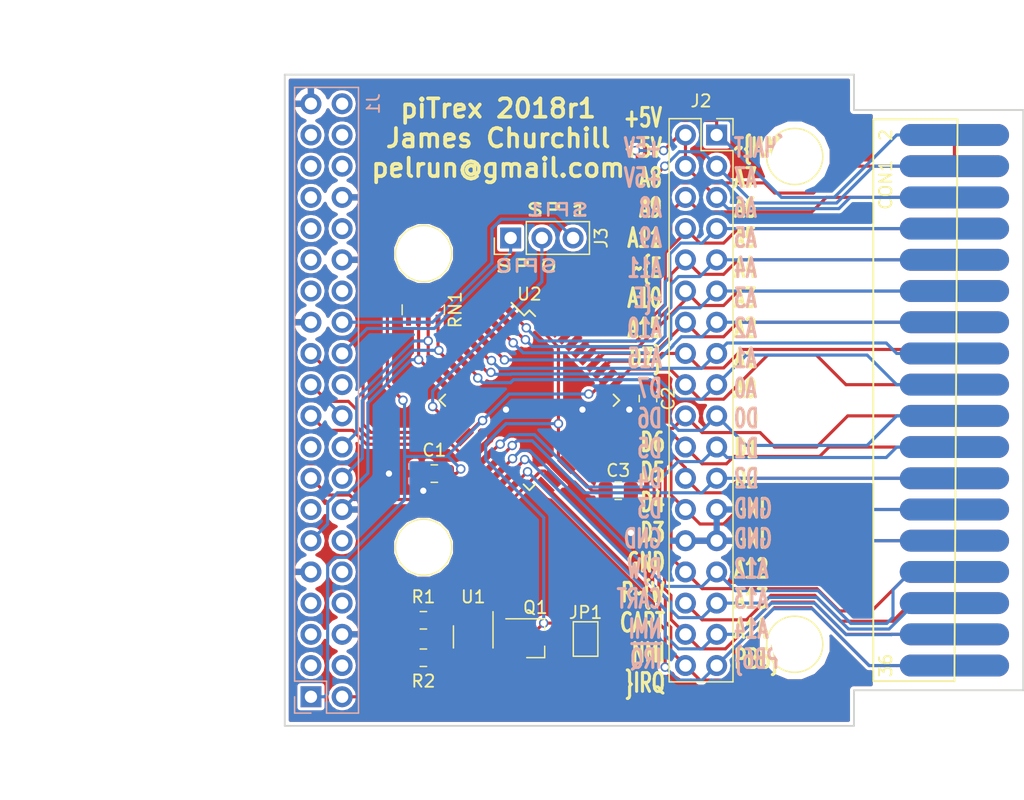
<source format=kicad_pcb>
(kicad_pcb (version 20171130) (host pcbnew "(5.0.0)")
  (layers (0 F.Cu signal) (31 B.Cu signal) (34 B.Paste user) (35 F.Paste user) (36 B.SilkS user) (37 F.SilkS user) (38 B.Mask user) (39 F.Mask user) (44 Edge.Cuts user))
  (net 0 "")
  (net 1 +5V)
  (net 2 GND)
  (net 3 +3V3)
  (net 4 /~HALT)
  (net 5 /A8)
  (net 6 /A9)
  (net 7 /A11)
  (net 8 /~E)
  (net 9 /A10)
  (net 10 /A15)
  (net 11 /D7)
  (net 12 /D6)
  (net 13 /D5)
  (net 14 /D4)
  (net 15 /D3)
  (net 16 /R/~W)
  (net 17 /CART)
  (net 18 /NMI)
  (net 19 /~IRQ)
  (net 20 /A7)
  (net 21 /A6)
  (net 22 /A5)
  (net 23 /A4)
  (net 24 /A3)
  (net 25 /A2)
  (net 26 /A1)
  (net 27 /A0)
  (net 28 /D0)
  (net 29 /D1)
  (net 30 /D2)
  (net 31 /A12)
  (net 32 /A13)
  (net 33 /A14)
  (net 34 /VIA_PB6)
  (net 35 VCC)
  (net 36 /PI_PB6)
  (net 37 "Net-(J1-Pad4)")
  (net 38 /~PI_IRQ)
  (net 39 "Net-(J1-Pad7)")
  (net 40 "Net-(J1-Pad8)")
  (net 41 "Net-(J1-Pad10)")
  (net 42 /JTAG_TCK)
  (net 43 "Net-(J1-Pad12)")
  (net 44 "Net-(J1-Pad13)")
  (net 45 /JTAG_TDO)
  (net 46 /JTAG_TDI)
  (net 47 "Net-(J1-Pad17)")
  (net 48 /JTAG_TMS)
  (net 49 /SPI_MOSI)
  (net 50 /SPI_MISO)
  (net 51 "Net-(J1-Pad22)")
  (net 52 /SPI_SCK)
  (net 53 /~SPI_CE0)
  (net 54 /~SPI_CE1)
  (net 55 "Net-(J1-Pad27)")
  (net 56 "Net-(J1-Pad28)")
  (net 57 "Net-(J1-Pad29)")
  (net 58 "Net-(J1-Pad31)")
  (net 59 "Net-(J1-Pad32)")
  (net 60 "Net-(J1-Pad33)")
  (net 61 "Net-(J1-Pad35)")
  (net 62 "Net-(J1-Pad36)")
  (net 63 "Net-(J1-Pad37)")
  (net 64 "Net-(J1-Pad38)")
  (net 65 "Net-(J1-Pad40)")
  (net 66 "Net-(Q1-Pad1)")
  (net 67 "Net-(R1-Pad1)")
  (net 68 "Net-(RN1-Pad5)")
  (net 69 /~SPI_CE)
  (net 70 "Net-(JP1-Pad2)")
  (net 71 "Net-(JP1-Pad1)")
  (module Package_QFP:LQFP-44_10x10mm_P0.8mm (layer F.Cu) (at 141.61 64.24 315)
    (fp_text reference U2 (at -6.106574 -6.106574) (layer F.SilkS))
    (fp_text value XC9572XL-VQFP44)
    (pad 1 smd rect (at -5.85 -4 315) (size 1.6 0.56) (layers F.Cu F.Paste F.Mask) (net 22 /A5))
    (pad 2 smd rect (at -5.85 -3.2 315) (size 1.6 0.56) (layers F.Cu F.Paste F.Mask) (net 23 /A4))
    (pad 3 smd rect (at -5.85 -2.4 315) (size 1.6 0.56) (layers F.Cu F.Paste F.Mask) (net 24 /A3))
    (pad 4 smd rect (at -5.85 -1.6 315) (size 1.6 0.56) (layers F.Cu F.Paste F.Mask) (net 2 GND))
    (pad 5 smd rect (at -5.85 -0.8 315) (size 1.6 0.56) (layers F.Cu F.Paste F.Mask) (net 25 /A2))
    (pad 6 smd rect (at -5.85 0 315) (size 1.6 0.56) (layers F.Cu F.Paste F.Mask) (net 26 /A1))
    (pad 7 smd rect (at -5.85 0.8 315) (size 1.6 0.56) (layers F.Cu F.Paste F.Mask) (net 27 /A0))
    (pad 8 smd rect (at -5.85 1.6 315) (size 1.6 0.56) (layers F.Cu F.Paste F.Mask) (net 28 /D0))
    (pad 9 smd rect (at -5.85 2.4 315) (size 1.6 0.56) (layers F.Cu F.Paste F.Mask) (net 46 /JTAG_TDI))
    (pad 10 smd rect (at -5.85 3.2 315) (size 1.6 0.56) (layers F.Cu F.Paste F.Mask) (net 48 /JTAG_TMS))
    (pad 11 smd rect (at -5.85 4 315) (size 1.6 0.56) (layers F.Cu F.Paste F.Mask) (net 42 /JTAG_TCK))
    (pad 12 smd rect (at -4 5.85 45) (size 1.6 0.56) (layers F.Cu F.Paste F.Mask) (net 69 /~SPI_CE))
    (pad 13 smd rect (at -3.2 5.85 45) (size 1.6 0.56) (layers F.Cu F.Paste F.Mask) (net 52 /SPI_SCK))
    (pad 14 smd rect (at -2.4 5.85 45) (size 1.6 0.56) (layers F.Cu F.Paste F.Mask) (net 50 /SPI_MISO))
    (pad 15 smd rect (at -1.6 5.85 45) (size 1.6 0.56) (layers F.Cu F.Paste F.Mask) (net 3 +3V3))
    (pad 16 smd rect (at -0.8 5.85 45) (size 1.6 0.56) (layers F.Cu F.Paste F.Mask) (net 49 /SPI_MOSI))
    (pad 17 smd rect (at 0 5.85 45) (size 1.6 0.56) (layers F.Cu F.Paste F.Mask) (net 2 GND))
    (pad 18 smd rect (at 0.8 5.85 45) (size 1.6 0.56) (layers F.Cu F.Paste F.Mask) (net 29 /D1))
    (pad 19 smd rect (at 1.6 5.85 45) (size 1.6 0.56) (layers F.Cu F.Paste F.Mask) (net 30 /D2))
    (pad 20 smd rect (at 2.4 5.85 45) (size 1.6 0.56) (layers F.Cu F.Paste F.Mask) (net 31 /A12))
    (pad 21 smd rect (at 3.2 5.85 45) (size 1.6 0.56) (layers F.Cu F.Paste F.Mask) (net 32 /A13))
    (pad 22 smd rect (at 4 5.85 45) (size 1.6 0.56) (layers F.Cu F.Paste F.Mask) (net 33 /A14))
    (pad 23 smd rect (at 5.85 4 315) (size 1.6 0.56) (layers F.Cu F.Paste F.Mask) (net 34 /VIA_PB6))
    (pad 24 smd rect (at 5.85 3.2 315) (size 1.6 0.56) (layers F.Cu F.Paste F.Mask) (net 45 /JTAG_TDO))
    (pad 25 smd rect (at 5.85 2.4 315) (size 1.6 0.56) (layers F.Cu F.Paste F.Mask) (net 2 GND))
    (pad 26 smd rect (at 5.85 1.6 315) (size 1.6 0.56) (layers F.Cu F.Paste F.Mask) (net 1 +5V))
    (pad 27 smd rect (at 5.85 0.8 315) (size 1.6 0.56) (layers F.Cu F.Paste F.Mask) (net 19 /~IRQ))
    (pad 28 smd rect (at 5.85 0 315) (size 1.6 0.56) (layers F.Cu F.Paste F.Mask) (net 18 /NMI))
    (pad 29 smd rect (at 5.85 -0.8 315) (size 1.6 0.56) (layers F.Cu F.Paste F.Mask) (net 16 /R/~W))
    (pad 30 smd rect (at 5.85 -1.6 315) (size 1.6 0.56) (layers F.Cu F.Paste F.Mask) (net 15 /D3))
    (pad 31 smd rect (at 5.85 -2.4 315) (size 1.6 0.56) (layers F.Cu F.Paste F.Mask) (net 14 /D4))
    (pad 32 smd rect (at 5.85 -3.2 315) (size 1.6 0.56) (layers F.Cu F.Paste F.Mask) (net 13 /D5))
    (pad 33 smd rect (at 5.85 -4 315) (size 1.6 0.56) (layers F.Cu F.Paste F.Mask) (net 12 /D6))
    (pad 34 smd rect (at 4 -5.85 45) (size 1.6 0.56) (layers F.Cu F.Paste F.Mask) (net 11 /D7))
    (pad 35 smd rect (at 3.2 -5.85 45) (size 1.6 0.56) (layers F.Cu F.Paste F.Mask) (net 3 +3V3))
    (pad 36 smd rect (at 2.4 -5.85 45) (size 1.6 0.56) (layers F.Cu F.Paste F.Mask) (net 10 /A15))
    (pad 37 smd rect (at 1.6 -5.85 45) (size 1.6 0.56) (layers F.Cu F.Paste F.Mask) (net 9 /A10))
    (pad 38 smd rect (at 0.8 -5.85 45) (size 1.6 0.56) (layers F.Cu F.Paste F.Mask) (net 8 /~E))
    (pad 39 smd rect (at 0 -5.85 45) (size 1.6 0.56) (layers F.Cu F.Paste F.Mask) (net 7 /A11))
    (pad 40 smd rect (at -0.8 -5.85 45) (size 1.6 0.56) (layers F.Cu F.Paste F.Mask) (net 6 /A9))
    (pad 41 smd rect (at -1.6 -5.85 45) (size 1.6 0.56) (layers F.Cu F.Paste F.Mask) (net 5 /A8))
    (pad 42 smd rect (at -2.4 -5.85 45) (size 1.6 0.56) (layers F.Cu F.Paste F.Mask) (net 21 /A6))
    (pad 43 smd rect (at -3.2 -5.85 45) (size 1.6 0.56) (layers F.Cu F.Paste F.Mask) (net 20 /A7))
    (pad 44 smd rect (at -4 -5.85 45) (size 1.6 0.56) (layers F.Cu F.Paste F.Mask) (net 4 /~HALT))
  )
  (module Connectors:1pin (layer F.Cu) (at 133 52.3)
    (fp_text reference hole4 hide)
    (fp_text value 1pin hide)
    (pad "" np_thru_hole circle (at 0 0) (size 4.3 4.3) (drill 4.3) (layers *.Cu *.Mask))
  )
  (module Connectors:1pin (layer F.Cu) (at 133 76.2)
    (fp_text reference hole5 hide)
    (fp_text value 1pin hide)
    (pad "" np_thru_hole circle (at 0 0) (size 4.3 4.3) (drill 4.3) (layers *.Cu *.Mask))
  )
  (module Connectors:1pin (layer F.Cu) (at 163.2 84.1)
    (fp_text reference hole3 hide)
    (fp_text value 1pin hide)
    (pad "" np_thru_hole circle (at 0 0) (size 3.7 3.7) (drill 3.7) (layers *.Cu *.Mask))
  )
  (module Connectors:1pin (layer F.Cu) (at 163.2 44.4)
    (fp_text reference hole1 hide)
    (fp_text value 1pin hide)
    (pad "" np_thru_hole circle (at 0 0) (size 3.7 3.7) (drill 3.7) (layers *.Cu *.Mask))
  )
  (module Connectors:1pin (layer F.Cu) (at 163.2 64.24)
    (fp_text reference hole2 hide)
    (fp_text value 1pin hide)
    (pad "" np_thru_hole circle (at 0 0) (size 5.1 5.1) (drill 5.1) (layers *.Cu *.Mask))
  )
  (module Capacitor_SMD:C_0805_2012Metric_Pad1.15x1.40mm_HandSolder (layer F.Cu) (at 133.872 70.209 180)
    (fp_text reference C1 (at 0 1.905 180) (layer F.SilkS))
    (fp_text value 0.1u)
    (pad 1 smd roundrect (at -1.025 0 180) (size 1.15 1.4) (layers F.Cu F.Paste F.Mask) (roundrect_rratio 0.217391) (net 3 +3V3))
    (pad 2 smd roundrect (at 1.025 0 180) (size 1.15 1.4) (layers F.Cu F.Paste F.Mask) (roundrect_rratio 0.217391) (net 2 GND))
  )
  (module Capacitor_SMD:C_0805_2012Metric_Pad1.15x1.40mm_HandSolder (layer F.Cu) (at 151.262 64.104 270)
    (fp_text reference C2 (at 0 -1.65 270) (layer F.SilkS))
    (fp_text value 0.1u)
    (pad 2 smd roundrect (at 1.025 0 270) (size 1.15 1.4) (layers F.Cu F.Paste F.Mask) (roundrect_rratio 0.217391) (net 2 GND))
    (pad 1 smd roundrect (at -1.025 0 270) (size 1.15 1.4) (layers F.Cu F.Paste F.Mask) (roundrect_rratio 0.217391) (net 3 +3V3))
  )
  (module Capacitor_SMD:C_0805_2012Metric_Pad1.15x1.40mm_HandSolder (layer F.Cu) (at 148.84 71.606)
    (fp_text reference C3 (at 0 -1.65) (layer F.SilkS))
    (fp_text value 0.1u)
    (pad 1 smd roundrect (at -1.025 0) (size 1.15 1.4) (layers F.Cu F.Paste F.Mask) (roundrect_rratio 0.217391) (net 1 +5V))
    (pad 2 smd roundrect (at 1.025 0) (size 1.15 1.4) (layers F.Cu F.Paste F.Mask) (roundrect_rratio 0.217391) (net 2 GND))
  )
  (module Connector_PinSocket_2.54mm:PinSocket_2x18_P2.54mm_Vertical (layer F.Cu) (at 156.85 42.65)
    (fp_text reference J2 (at -1.27 -2.77) (layer F.SilkS))
    (fp_text value Test)
    (pad 1 thru_hole rect (at 0 0) (size 1.7 1.7) (drill 1) (layers *.Cu *.Mask) (net 4 /~HALT))
    (pad 2 thru_hole oval (at -2.54 0) (size 1.7 1.7) (drill 1) (layers *.Cu *.Mask) (net 1 +5V))
    (pad 3 thru_hole oval (at 0 2.54) (size 1.7 1.7) (drill 1) (layers *.Cu *.Mask) (net 20 /A7))
    (pad 4 thru_hole oval (at -2.54 2.54) (size 1.7 1.7) (drill 1) (layers *.Cu *.Mask) (net 1 +5V))
    (pad 5 thru_hole oval (at 0 5.08) (size 1.7 1.7) (drill 1) (layers *.Cu *.Mask) (net 21 /A6))
    (pad 6 thru_hole oval (at -2.54 5.08) (size 1.7 1.7) (drill 1) (layers *.Cu *.Mask) (net 5 /A8))
    (pad 7 thru_hole oval (at 0 7.62) (size 1.7 1.7) (drill 1) (layers *.Cu *.Mask) (net 22 /A5))
    (pad 8 thru_hole oval (at -2.54 7.62) (size 1.7 1.7) (drill 1) (layers *.Cu *.Mask) (net 6 /A9))
    (pad 9 thru_hole oval (at 0 10.16) (size 1.7 1.7) (drill 1) (layers *.Cu *.Mask) (net 23 /A4))
    (pad 10 thru_hole oval (at -2.54 10.16) (size 1.7 1.7) (drill 1) (layers *.Cu *.Mask) (net 7 /A11))
    (pad 11 thru_hole oval (at 0 12.7) (size 1.7 1.7) (drill 1) (layers *.Cu *.Mask) (net 24 /A3))
    (pad 12 thru_hole oval (at -2.54 12.7) (size 1.7 1.7) (drill 1) (layers *.Cu *.Mask) (net 8 /~E))
    (pad 13 thru_hole oval (at 0 15.24) (size 1.7 1.7) (drill 1) (layers *.Cu *.Mask) (net 25 /A2))
    (pad 14 thru_hole oval (at -2.54 15.24) (size 1.7 1.7) (drill 1) (layers *.Cu *.Mask) (net 9 /A10))
    (pad 15 thru_hole oval (at 0 17.78) (size 1.7 1.7) (drill 1) (layers *.Cu *.Mask) (net 26 /A1))
    (pad 16 thru_hole oval (at -2.54 17.78) (size 1.7 1.7) (drill 1) (layers *.Cu *.Mask) (net 10 /A15))
    (pad 17 thru_hole oval (at 0 20.32) (size 1.7 1.7) (drill 1) (layers *.Cu *.Mask) (net 27 /A0))
    (pad 18 thru_hole oval (at -2.54 20.32) (size 1.7 1.7) (drill 1) (layers *.Cu *.Mask) (net 11 /D7))
    (pad 19 thru_hole oval (at 0 22.86) (size 1.7 1.7) (drill 1) (layers *.Cu *.Mask) (net 28 /D0))
    (pad 20 thru_hole oval (at -2.54 22.86) (size 1.7 1.7) (drill 1) (layers *.Cu *.Mask) (net 12 /D6))
    (pad 21 thru_hole oval (at 0 25.4) (size 1.7 1.7) (drill 1) (layers *.Cu *.Mask) (net 29 /D1))
    (pad 22 thru_hole oval (at -2.54 25.4) (size 1.7 1.7) (drill 1) (layers *.Cu *.Mask) (net 13 /D5))
    (pad 23 thru_hole oval (at 0 27.94) (size 1.7 1.7) (drill 1) (layers *.Cu *.Mask) (net 30 /D2))
    (pad 24 thru_hole oval (at -2.54 27.94) (size 1.7 1.7) (drill 1) (layers *.Cu *.Mask) (net 14 /D4))
    (pad 25 thru_hole oval (at 0 30.48) (size 1.7 1.7) (drill 1) (layers *.Cu *.Mask) (net 2 GND))
    (pad 26 thru_hole oval (at -2.54 30.48) (size 1.7 1.7) (drill 1) (layers *.Cu *.Mask) (net 15 /D3))
    (pad 27 thru_hole oval (at 0 33.02) (size 1.7 1.7) (drill 1) (layers *.Cu *.Mask) (net 2 GND))
    (pad 28 thru_hole oval (at -2.54 33.02) (size 1.7 1.7) (drill 1) (layers *.Cu *.Mask) (net 2 GND))
    (pad 29 thru_hole oval (at 0 35.56) (size 1.7 1.7) (drill 1) (layers *.Cu *.Mask) (net 31 /A12))
    (pad 30 thru_hole oval (at -2.54 35.56) (size 1.7 1.7) (drill 1) (layers *.Cu *.Mask) (net 16 /R/~W))
    (pad 31 thru_hole oval (at 0 38.1) (size 1.7 1.7) (drill 1) (layers *.Cu *.Mask) (net 32 /A13))
    (pad 32 thru_hole oval (at -2.54 38.1) (size 1.7 1.7) (drill 1) (layers *.Cu *.Mask) (net 17 /CART))
    (pad 33 thru_hole oval (at 0 40.64) (size 1.7 1.7) (drill 1) (layers *.Cu *.Mask) (net 33 /A14))
    (pad 34 thru_hole oval (at -2.54 40.64) (size 1.7 1.7) (drill 1) (layers *.Cu *.Mask) (net 18 /NMI))
    (pad 35 thru_hole oval (at 0 43.18) (size 1.7 1.7) (drill 1) (layers *.Cu *.Mask) (net 34 /VIA_PB6))
    (pad 36 thru_hole oval (at -2.54 43.18) (size 1.7 1.7) (drill 1) (layers *.Cu *.Mask) (net 19 /~IRQ))
  )
  (module Jumper:SolderJumper-2_P1.3mm_Open_TrianglePad1.0x1.5mm (layer F.Cu) (at 146.182 83.671 270)
    (fp_text reference JP1 (at -2.159 0) (layer F.SilkS))
    (fp_text value bypass)
    (pad 2 smd custom (at 0.725 0 270) (size 0.3 0.3) (layers F.Cu F.Mask) (net 70 "Net-(JP1-Pad2)") (options (clearance outline) (anchor rect)) (primitives (gr_poly (pts (xy -0.65 -0.75) (xy 0.5 -0.75) (xy 0.5 0.75) (xy -0.65 0.75) (xy -0.15 0)) (width 0))))
    (pad 1 smd custom (at -0.725 0 270) (size 0.3 0.3) (layers F.Cu F.Mask) (net 71 "Net-(JP1-Pad1)") (options (clearance outline) (anchor rect)) (primitives (gr_poly (pts (xy -0.5 -0.75) (xy 0.5 -0.75) (xy 1 0) (xy 0.5 0.75) (xy -0.5 0.75)) (width 0))))
  )
  (module Package_TO_SOT_SMD:SOT-23_Handsoldering (layer F.Cu) (at 142.094 83.605)
    (fp_text reference Q1 (at 0 -2.5) (layer F.SilkS))
    (fp_text value DMG2305UX)
    (pad 1 smd rect (at -1.5 -0.95) (size 1.9 0.8) (layers F.Cu F.Paste F.Mask) (net 66 "Net-(Q1-Pad1)"))
    (pad 2 smd rect (at -1.5 0.95) (size 1.9 0.8) (layers F.Cu F.Paste F.Mask) (net 1 +5V))
    (pad 3 smd rect (at 1.5 0) (size 1.9 0.8) (layers F.Cu F.Paste F.Mask) (net 35 VCC))
  )
  (module Resistor_SMD:R_0805_2012Metric_Pad1.15x1.40mm_HandSolder (layer F.Cu) (at 132.983 82.147 180)
    (fp_text reference R1 (at 0 1.905 180) (layer F.SilkS))
    (fp_text value 10k)
    (pad 1 smd roundrect (at -1.025 0 180) (size 1.15 1.4) (layers F.Cu F.Paste F.Mask) (roundrect_rratio 0.217391) (net 67 "Net-(R1-Pad1)"))
    (pad 2 smd roundrect (at 1.025 0 180) (size 1.15 1.4) (layers F.Cu F.Paste F.Mask) (roundrect_rratio 0.217391) (net 2 GND))
  )
  (module Resistor_SMD:R_0805_2012Metric_Pad1.15x1.40mm_HandSolder (layer F.Cu) (at 132.983 85.195 180)
    (fp_text reference R2 (at 0 -1.905 180) (layer F.SilkS))
    (fp_text value 10k)
    (pad 2 smd roundrect (at 1.025 0 180) (size 1.15 1.4) (layers F.Cu F.Paste F.Mask) (roundrect_rratio 0.217391) (net 2 GND))
    (pad 1 smd roundrect (at -1.025 0 180) (size 1.15 1.4) (layers F.Cu F.Paste F.Mask) (roundrect_rratio 0.217391) (net 66 "Net-(Q1-Pad1)"))
  )
  (module Resistor_SMD:R_Array_Concave_4x0603 (layer F.Cu) (at 132.974 56.874 270)
    (fp_text reference RN1 (at 0 -2.6 270) (layer F.SilkS))
    (fp_text value 47k)
    (pad 2 smd rect (at -0.85 -0.4 270) (size 0.9 0.4) (layers F.Cu F.Paste F.Mask) (net 3 +3V3))
    (pad 3 smd rect (at -0.85 0.4 270) (size 0.9 0.4) (layers F.Cu F.Paste F.Mask) (net 3 +3V3))
    (pad 1 smd rect (at -0.85 -1.2 270) (size 0.9 0.4) (layers F.Cu F.Paste F.Mask) (net 3 +3V3))
    (pad 4 smd rect (at -0.85 1.2 270) (size 0.9 0.4) (layers F.Cu F.Paste F.Mask) (net 3 +3V3))
    (pad 8 smd rect (at 0.85 -1.2 270) (size 0.9 0.4) (layers F.Cu F.Paste F.Mask) (net 46 /JTAG_TDI))
    (pad 7 smd rect (at 0.85 -0.4 270) (size 0.9 0.4) (layers F.Cu F.Paste F.Mask) (net 48 /JTAG_TMS))
    (pad 6 smd rect (at 0.85 0.4 270) (size 0.9 0.4) (layers F.Cu F.Paste F.Mask) (net 42 /JTAG_TCK))
    (pad 5 smd rect (at 0.85 1.2 270) (size 0.9 0.4) (layers F.Cu F.Paste F.Mask) (net 68 "Net-(RN1-Pad5)"))
  )
  (module Package_TO_SOT_SMD:SOT-23-6_Handsoldering (layer F.Cu) (at 137.038 83.497 270)
    (fp_text reference U1 (at -3.255 0) (layer F.SilkS))
    (fp_text value DMMT5401)
    (pad 1 smd rect (at -1.35 -0.95 270) (size 1.56 0.65) (layers F.Cu F.Paste F.Mask) (net 67 "Net-(R1-Pad1)"))
    (pad 2 smd rect (at -1.35 0 270) (size 1.56 0.65) (layers F.Cu F.Paste F.Mask) (net 67 "Net-(R1-Pad1)"))
    (pad 3 smd rect (at -1.35 0.95 270) (size 1.56 0.65) (layers F.Cu F.Paste F.Mask) (net 67 "Net-(R1-Pad1)"))
    (pad 4 smd rect (at 1.35 0.95 270) (size 1.56 0.65) (layers F.Cu F.Paste F.Mask) (net 66 "Net-(Q1-Pad1)"))
    (pad 6 smd rect (at 1.35 -0.95 270) (size 1.56 0.65) (layers F.Cu F.Paste F.Mask) (net 1 +5V))
    (pad 5 smd rect (at 1.35 0 270) (size 1.56 0.65) (layers F.Cu F.Paste F.Mask) (net 35 VCC))
  )
  (module Connector_PinHeader_2.54mm:PinHeader_1x03_P2.54mm_Vertical (layer F.Cu) (at 140.086 51.032 90)
    (fp_text reference J3 (at 0 7.366 270) (layer F.SilkS))
    (fp_text value "SPI Sel")
    (pad 1 thru_hole rect (at 0 0 90) (size 1.7 1.7) (drill 1) (layers *.Cu *.Mask) (net 53 /~SPI_CE0))
    (pad 2 thru_hole oval (at 0 2.54 90) (size 1.7 1.7) (drill 1) (layers *.Cu *.Mask) (net 69 /~SPI_CE))
    (pad 3 thru_hole oval (at 0 5.08 90) (size 1.7 1.7) (drill 1) (layers *.Cu *.Mask) (net 54 /~SPI_CE1))
  )
  (module piTrex:vectrex (layer F.Cu) (at 176.2 42.65 270)
    (fp_text reference CON1 (at 4.064 5.588 270) (layer F.SilkS))
    (fp_text value vectrex-edge-connector)
    (fp_text user 36 (at 43.18 5.588 270) (layer F.SilkS))
    (fp_text user 2 (at 0 5.588 270) (layer F.SilkS))
    (pad 1 smd oval (at 0 0 270) (size 1.778 8.89) (layers B.Cu B.Paste B.Mask) (net 4 /~HALT))
    (pad 2 smd oval (at 0 0 270) (size 1.778 8.89) (layers F.Cu F.Paste F.Mask) (net 1 +5V))
    (pad 4 smd oval (at 2.54 0 270) (size 1.778 8.89) (layers F.Cu F.Paste F.Mask) (net 1 +5V))
    (pad 6 smd oval (at 5.08 0 270) (size 1.778 8.89) (layers F.Cu F.Paste F.Mask) (net 5 /A8))
    (pad 8 smd oval (at 7.62 0 270) (size 1.778 8.89) (layers F.Cu F.Paste F.Mask) (net 6 /A9))
    (pad 10 smd oval (at 10.16 0 270) (size 1.778 8.89) (layers F.Cu F.Paste F.Mask) (net 7 /A11))
    (pad 12 smd oval (at 12.7 0 270) (size 1.778 8.89) (layers F.Cu F.Paste F.Mask) (net 8 /~E))
    (pad 14 smd oval (at 15.24 0 270) (size 1.778 8.89) (layers F.Cu F.Paste F.Mask) (net 9 /A10))
    (pad 16 smd oval (at 17.78 0 270) (size 1.778 8.89) (layers F.Cu F.Paste F.Mask) (net 10 /A15))
    (pad 18 smd oval (at 20.32 0 270) (size 1.778 8.89) (layers F.Cu F.Paste F.Mask) (net 11 /D7))
    (pad 20 smd oval (at 22.86 0 270) (size 1.778 8.89) (layers F.Cu F.Paste F.Mask) (net 12 /D6))
    (pad 22 smd oval (at 25.4 0 270) (size 1.778 8.89) (layers F.Cu F.Paste F.Mask) (net 13 /D5))
    (pad 24 smd oval (at 27.94 0 270) (size 1.778 8.89) (layers F.Cu F.Paste F.Mask) (net 14 /D4))
    (pad 26 smd oval (at 30.48 0 270) (size 1.778 8.89) (layers F.Cu F.Paste F.Mask) (net 15 /D3))
    (pad 28 smd oval (at 33.02 0 270) (size 1.778 8.89) (layers F.Cu F.Paste F.Mask) (net 2 GND))
    (pad 30 smd oval (at 35.56 0 270) (size 1.778 8.89) (layers F.Cu F.Paste F.Mask) (net 16 /R/~W))
    (pad 32 smd oval (at 38.1 0 270) (size 1.778 8.89) (layers F.Cu F.Paste F.Mask) (net 17 /CART))
    (pad 34 smd oval (at 40.64 0 270) (size 1.778 8.89) (layers F.Cu F.Paste F.Mask) (net 18 /NMI))
    (pad 36 smd oval (at 43.18 0 270) (size 1.778 8.89) (layers F.Cu F.Paste F.Mask) (net 19 /~IRQ))
    (pad 3 smd oval (at 2.54 0 270) (size 1.778 8.89) (layers B.Cu B.Paste B.Mask) (net 20 /A7))
    (pad 5 smd oval (at 5.08 0 270) (size 1.778 8.89) (layers B.Cu B.Paste B.Mask) (net 21 /A6))
    (pad 7 smd oval (at 7.62 0 270) (size 1.778 8.89) (layers B.Cu B.Paste B.Mask) (net 22 /A5))
    (pad 9 smd oval (at 10.16 0 270) (size 1.778 8.89) (layers B.Cu B.Paste B.Mask) (net 23 /A4))
    (pad 11 smd oval (at 12.7 0 270) (size 1.778 8.89) (layers B.Cu B.Paste B.Mask) (net 24 /A3))
    (pad 13 smd oval (at 15.24 0 270) (size 1.778 8.89) (layers B.Cu B.Paste B.Mask) (net 25 /A2))
    (pad 15 smd oval (at 17.78 0 270) (size 1.778 8.89) (layers B.Cu B.Paste B.Mask) (net 26 /A1))
    (pad 17 smd oval (at 20.32 0 270) (size 1.778 8.89) (layers B.Cu B.Paste B.Mask) (net 27 /A0))
    (pad 19 smd oval (at 22.86 0 270) (size 1.778 8.89) (layers B.Cu B.Paste B.Mask) (net 28 /D0))
    (pad 21 smd oval (at 25.4 0 270) (size 1.778 8.89) (layers B.Cu B.Paste B.Mask) (net 29 /D1))
    (pad 23 smd oval (at 27.94 0 270) (size 1.778 8.89) (layers B.Cu B.Paste B.Mask) (net 30 /D2))
    (pad 25 smd oval (at 30.48 0 270) (size 1.778 8.89) (layers B.Cu B.Paste B.Mask) (net 2 GND))
    (pad 27 smd oval (at 33.02 0 270) (size 1.778 8.89) (layers B.Cu B.Paste B.Mask) (net 2 GND))
    (pad 29 smd oval (at 35.56 0 270) (size 1.778 8.89) (layers B.Cu B.Paste B.Mask) (net 31 /A12))
    (pad 31 smd oval (at 38.1 0 270) (size 1.778 8.89) (layers B.Cu B.Paste B.Mask) (net 32 /A13))
    (pad 33 smd oval (at 40.64 0 270) (size 1.778 8.89) (layers B.Cu B.Paste B.Mask) (net 33 /A14))
    (pad 35 smd oval (at 43.18 0 270) (size 1.778 8.89) (layers B.Cu B.Paste B.Mask) (net 34 /VIA_PB6))
  )
  (module piTrex:PiZeroHat (layer B.Cu) (at 152.725372 88.37)
    (fp_text reference J1 (at -23.815372 -48.26 -90) (layer B.SilkS) (effects (justify mirror)))
    (fp_text value Raspberry_Pi_2_3)
    (pad 40 thru_hole oval (at -26.355372 -48.26) (size 1.7 1.7) (drill 1) (layers *.Cu *.Mask) (net 65 "Net-(J1-Pad40)"))
    (pad 39 thru_hole oval (at -28.895372 -48.26) (size 1.7 1.7) (drill 1) (layers *.Cu *.Mask) (net 2 GND))
    (pad 38 thru_hole oval (at -26.355372 -45.72) (size 1.7 1.7) (drill 1) (layers *.Cu *.Mask) (net 64 "Net-(J1-Pad38)"))
    (pad 37 thru_hole oval (at -28.895372 -45.72) (size 1.7 1.7) (drill 1) (layers *.Cu *.Mask) (net 63 "Net-(J1-Pad37)"))
    (pad 36 thru_hole oval (at -26.355372 -43.18) (size 1.7 1.7) (drill 1) (layers *.Cu *.Mask) (net 62 "Net-(J1-Pad36)"))
    (pad 35 thru_hole oval (at -28.895372 -43.18) (size 1.7 1.7) (drill 1) (layers *.Cu *.Mask) (net 61 "Net-(J1-Pad35)"))
    (pad 34 thru_hole oval (at -26.355372 -40.64) (size 1.7 1.7) (drill 1) (layers *.Cu *.Mask) (net 2 GND))
    (pad 33 thru_hole oval (at -28.895372 -40.64) (size 1.7 1.7) (drill 1) (layers *.Cu *.Mask) (net 60 "Net-(J1-Pad33)"))
    (pad 32 thru_hole oval (at -26.355372 -38.1) (size 1.7 1.7) (drill 1) (layers *.Cu *.Mask) (net 59 "Net-(J1-Pad32)"))
    (pad 31 thru_hole oval (at -28.895372 -38.1) (size 1.7 1.7) (drill 1) (layers *.Cu *.Mask) (net 58 "Net-(J1-Pad31)"))
    (pad 30 thru_hole oval (at -26.355372 -35.56) (size 1.7 1.7) (drill 1) (layers *.Cu *.Mask) (net 2 GND))
    (pad 29 thru_hole oval (at -28.895372 -35.56) (size 1.7 1.7) (drill 1) (layers *.Cu *.Mask) (net 57 "Net-(J1-Pad29)"))
    (pad 28 thru_hole oval (at -26.355372 -33.02) (size 1.7 1.7) (drill 1) (layers *.Cu *.Mask) (net 56 "Net-(J1-Pad28)"))
    (pad 27 thru_hole oval (at -28.895372 -33.02) (size 1.7 1.7) (drill 1) (layers *.Cu *.Mask) (net 55 "Net-(J1-Pad27)"))
    (pad 26 thru_hole oval (at -26.355372 -30.48) (size 1.7 1.7) (drill 1) (layers *.Cu *.Mask) (net 54 /~SPI_CE1))
    (pad 25 thru_hole oval (at -28.895372 -30.48) (size 1.7 1.7) (drill 1) (layers *.Cu *.Mask) (net 2 GND))
    (pad 24 thru_hole oval (at -26.355372 -27.94) (size 1.7 1.7) (drill 1) (layers *.Cu *.Mask) (net 53 /~SPI_CE0))
    (pad 23 thru_hole oval (at -28.895372 -27.94) (size 1.7 1.7) (drill 1) (layers *.Cu *.Mask) (net 52 /SPI_SCK))
    (pad 22 thru_hole oval (at -26.355372 -25.4) (size 1.7 1.7) (drill 1) (layers *.Cu *.Mask) (net 51 "Net-(J1-Pad22)"))
    (pad 21 thru_hole oval (at -28.895372 -25.4) (size 1.7 1.7) (drill 1) (layers *.Cu *.Mask) (net 50 /SPI_MISO))
    (pad 20 thru_hole oval (at -26.355372 -22.86) (size 1.7 1.7) (drill 1) (layers *.Cu *.Mask) (net 2 GND))
    (pad 19 thru_hole oval (at -28.895372 -22.86) (size 1.7 1.7) (drill 1) (layers *.Cu *.Mask) (net 49 /SPI_MOSI))
    (pad 18 thru_hole oval (at -26.355372 -20.32) (size 1.7 1.7) (drill 1) (layers *.Cu *.Mask) (net 48 /JTAG_TMS))
    (pad 17 thru_hole oval (at -28.895372 -20.32) (size 1.7 1.7) (drill 1) (layers *.Cu *.Mask) (net 47 "Net-(J1-Pad17)"))
    (pad 16 thru_hole oval (at -26.355372 -17.78) (size 1.7 1.7) (drill 1) (layers *.Cu *.Mask) (net 46 /JTAG_TDI))
    (pad 15 thru_hole oval (at -28.895372 -17.78) (size 1.7 1.7) (drill 1) (layers *.Cu *.Mask) (net 45 /JTAG_TDO))
    (pad 14 thru_hole oval (at -26.355372 -15.24) (size 1.7 1.7) (drill 1) (layers *.Cu *.Mask) (net 2 GND))
    (pad 13 thru_hole oval (at -28.895372 -15.24) (size 1.7 1.7) (drill 1) (layers *.Cu *.Mask) (net 44 "Net-(J1-Pad13)"))
    (pad 12 thru_hole oval (at -26.355372 -12.7) (size 1.7 1.7) (drill 1) (layers *.Cu *.Mask) (net 43 "Net-(J1-Pad12)"))
    (pad 11 thru_hole oval (at -28.895372 -12.7) (size 1.7 1.7) (drill 1) (layers *.Cu *.Mask) (net 42 /JTAG_TCK))
    (pad 10 thru_hole oval (at -26.355372 -10.16) (size 1.7 1.7) (drill 1) (layers *.Cu *.Mask) (net 41 "Net-(J1-Pad10)"))
    (pad 9 thru_hole oval (at -28.895372 -10.16) (size 1.7 1.7) (drill 1) (layers *.Cu *.Mask) (net 2 GND))
    (pad 8 thru_hole oval (at -26.355372 -7.62) (size 1.7 1.7) (drill 1) (layers *.Cu *.Mask) (net 40 "Net-(J1-Pad8)"))
    (pad 7 thru_hole oval (at -28.895372 -7.62) (size 1.7 1.7) (drill 1) (layers *.Cu *.Mask) (net 39 "Net-(J1-Pad7)"))
    (pad 6 thru_hole oval (at -26.355372 -5.08) (size 1.7 1.7) (drill 1) (layers *.Cu *.Mask) (net 2 GND))
    (pad 5 thru_hole oval (at -28.895372 -5.08) (size 1.7 1.7) (drill 1) (layers *.Cu *.Mask) (net 38 /~PI_IRQ))
    (pad 4 thru_hole oval (at -26.355372 -2.54) (size 1.7 1.7) (drill 1) (layers *.Cu *.Mask) (net 37 "Net-(J1-Pad4)"))
    (pad 3 thru_hole oval (at -28.895372 -2.54) (size 1.7 1.7) (drill 1) (layers *.Cu *.Mask) (net 36 /PI_PB6))
    (pad 2 thru_hole oval (at -26.355372 0) (size 1.7 1.7) (drill 1) (layers *.Cu *.Mask) (net 35 VCC))
    (pad 1 thru_hole rect (at -28.895372 0) (size 1.7 1.7) (drill 1) (layers *.Cu *.Mask) (net 3 +3V3))
  )
  (gr_text SPI1 (at 143.896 48.746) (layer B.SilkS) (effects (font (size 1 1.5) (thickness 0.2)) (justify mirror)))
  (gr_text SPI0 (at 141.356 53.318) (layer B.SilkS) (effects (font (size 1 1.5) (thickness 0.2)) (justify mirror)))
  (gr_text SPI1 (at 143.896 48.746) (layer F.SilkS) (effects (font (size 1 1.5) (thickness 0.2))))
  (gr_text "SPI0\n" (at 141.356 53.318) (layer F.SilkS) (effects (font (size 1 1.5) (thickness 0.2))))
  (gr_text "+5V\n+5V\nA8\nA9\nA11\n~E\nA10\nA15\nD7\nD6\nD5\nD4\nD3\nGND\nR~W\nCART\nNMI\n~IRQ" (at 152.532 64.494) (layer B.SilkS) (effects (font (size 1.52 1) (thickness 0.25)) (justify left mirror)))
  (gr_text "~HALT\nA7\nA6\nA5\nA4\nA3\nA2\nA1\nA0\nD0\nD1\nD2\nGND\nGND\nA12\nA13\nA14\nPB6" (at 158.12 64.494) (layer B.SilkS) (effects (font (size 1.52 1) (thickness 0.25)) (justify right mirror)))
  (gr_text "D6\nD5\nD4\nD3\nGND\nR~W\nCART\nNMI\n~IRQ" (at 152.786 77.448) (layer F.SilkS) (effects (font (size 1.52 1) (thickness 0.25)) (justify right)))
  (gr_text "~HALT\nA7\nA6\nA5\nA4\nA3\nA2\nA1\nA0\nD0\nD1\nD2\nGND\nGND\nA12\nA13\nA14\nPB6" (at 158.12 64.494) (layer F.SilkS) (effects (font (size 1.52 1) (thickness 0.25)) (justify left)))
  (gr_text "+5V\n+5V\nA8\nA9\nA11\n~E\nA10\nA15\nD7" (at 152.532 51.032) (layer F.SilkS) (effects (font (size 1.52 1) (thickness 0.25)) (justify right)))
  (gr_text "piTrex 2018r1\nJames Churchill\npelrun@gmail.com" (at 139.07 42.904) (layer F.SilkS) (effects (font (size 1.5 1.5) (thickness 0.3))))
  (gr_line (start 168.026 90.74) (end 168.026 87.84) (layer Edge.Cuts) (width 0.15))
  (gr_line (start 121.7 90.74) (end 168.026 90.74) (layer Edge.Cuts) (width 0.15))
  (gr_line (start 168.026 37.74) (end 168.026 40.618) (layer Edge.Cuts) (width 0.15))
  (gr_line (start 168.026 37.74) (end 121.7 37.74) (layer Edge.Cuts) (width 0.15))
  (gr_line (start 181.8 40.618) (end 168.026 40.618) (angle 90) (layer Edge.Cuts) (width 0.15))
  (gr_line (start 121.7 90.74) (end 121.7 37.74) (angle 90) (layer Edge.Cuts) (width 0.15))
  (gr_line (start 168.026 87.84) (end 181.8 87.84) (angle 90) (layer Edge.Cuts) (width 0.15))
  (gr_line (start 181.8 87.84) (end 181.8 40.64) (angle 90) (layer Edge.Cuts) (width 0.15))
  (segment (start 176.2 45.19) (end 176.2 42.65) (width 0.254) (layer F.Cu) (net 1))
  (segment (start 154.31 45.19) (end 154.31 42.65) (width 0.254) (layer F.Cu) (net 1))
  (segment (start 164.724 47.377001) (end 166.911001 45.19) (width 0.254) (layer F.Cu) (net 1))
  (segment (start 166.911001 45.19) (end 176.2 45.19) (width 0.254) (layer F.Cu) (net 1))
  (segment (start 160.747198 46.549799) (end 161.5744 47.377001) (width 0.254) (layer F.Cu) (net 1))
  (segment (start 156.463101 46.549799) (end 160.747198 46.549799) (width 0.254) (layer F.Cu) (net 1))
  (segment (start 155.953301 46.039999) (end 156.463101 46.549799) (width 0.254) (layer F.Cu) (net 1))
  (segment (start 154.31 45.19) (end 155.159999 46.039999) (width 0.254) (layer F.Cu) (net 1))
  (segment (start 161.5744 47.377001) (end 164.724 47.377001) (width 0.254) (layer F.Cu) (net 1))
  (segment (start 155.159999 46.039999) (end 155.953301 46.039999) (width 0.254) (layer F.Cu) (net 1))
  (segment (start 146.713258 71.606) (end 144.615204 69.507946) (width 0.254) (layer F.Cu) (net 1))
  (segment (start 147.815 71.606) (end 146.713258 71.606) (width 0.254) (layer F.Cu) (net 1))
  (segment (start 138.28 84.555) (end 137.988 84.847) (width 0.254) (layer F.Cu) (net 1))
  (segment (start 140.594 84.555) (end 138.28 84.555) (width 0.254) (layer F.Cu) (net 1))
  (segment (start 141.144 84.555) (end 140.594 84.555) (width 0.254) (layer F.Cu) (net 1))
  (segment (start 141.798 83.901) (end 141.144 84.555) (width 0.254) (layer F.Cu) (net 1))
  (segment (start 141.798 83.351) (end 141.798 83.901) (width 0.254) (layer F.Cu) (net 1))
  (segment (start 142.77371 82.37529) (end 141.798 83.351) (width 0.254) (layer F.Cu) (net 1))
  (segment (start 145.61129 82.37529) (end 142.77371 82.37529) (width 0.254) (layer F.Cu) (net 1))
  (segment (start 146.182 82.946) (end 145.61129 82.37529) (width 0.254) (layer F.Cu) (net 1))
  (via (at 152.532 43.92) (size 0.762) (drill 0.508) (layers F.Cu B.Cu) (net 1))
  (segment (start 154.31 42.65) (end 153.802 42.65) (width 0.254) (layer F.Cu) (net 1))
  (segment (start 153.802 42.65) (end 152.532 43.92) (width 0.254) (layer F.Cu) (net 1))
  (segment (start 143.978809 68.871551) (end 144.615204 69.507946) (width 0.254) (layer F.Cu) (net 1))
  (segment (start 143.978809 66.7546) (end 143.978809 68.871551) (width 0.254) (layer F.Cu) (net 1))
  (segment (start 138.054 67.796) (end 139.705 66.145) (width 0.254) (layer B.Cu) (net 1))
  (segment (start 139.705 66.145) (end 143.9722 66.145) (width 0.254) (layer B.Cu) (net 1))
  (segment (start 138.054 69.066) (end 138.054 67.796) (width 0.254) (layer B.Cu) (net 1))
  (segment (start 142.77371 73.78571) (end 138.054 69.066) (width 0.254) (layer B.Cu) (net 1))
  (segment (start 142.77371 82.37529) (end 142.77371 73.78571) (width 0.254) (layer B.Cu) (net 1))
  (via (at 142.77371 82.37529) (size 0.762) (drill 0.508) (layers F.Cu B.Cu) (net 1))
  (via (at 143.9722 66.145) (size 0.762) (drill 0.508) (layers F.Cu B.Cu) (net 1))
  (segment (start 143.9722 68.864942) (end 143.9722 66.145) (width 0.254) (layer F.Cu) (net 1))
  (segment (start 144.615204 69.507946) (end 143.9722 68.864942) (width 0.254) (layer F.Cu) (net 1))
  (segment (start 150.386534 55.463466) (end 150.386535 44.314535) (width 0.254) (layer F.Cu) (net 1))
  (segment (start 143.9722 59.92741) (end 141.824263 57.779473) (width 0.254) (layer F.Cu) (net 1))
  (segment (start 143.9722 66.145) (end 143.9722 59.92741) (width 0.254) (layer F.Cu) (net 1))
  (segment (start 141.824263 57.421737) (end 143.134 56.112) (width 0.254) (layer F.Cu) (net 1))
  (segment (start 141.824263 57.779473) (end 141.824263 57.421737) (width 0.254) (layer F.Cu) (net 1))
  (segment (start 143.134 56.112) (end 149.738 56.112) (width 0.254) (layer F.Cu) (net 1))
  (segment (start 149.738 56.112) (end 150.386534 55.463466) (width 0.254) (layer F.Cu) (net 1))
  (segment (start 150.386535 44.314535) (end 150.386535 44.060535) (width 0.254) (layer F.Cu) (net 1))
  (via (at 150.246 43.92) (size 0.762) (drill 0.508) (layers F.Cu B.Cu) (net 1))
  (segment (start 150.386535 44.060535) (end 150.246 43.92) (width 0.254) (layer F.Cu) (net 1))
  (segment (start 150.246 43.92) (end 152.532 43.92) (width 0.254) (layer B.Cu) (net 1))
  (segment (start 176.2 73.13) (end 156.85 73.13) (width 0.254) (layer B.Cu) (net 2))
  (segment (start 176.2 75.67) (end 156.85 75.67) (width 0.254) (layer B.Cu) (net 2))
  (segment (start 176.2 75.67) (end 156.85 75.67) (width 0.254) (layer F.Cu) (net 2))
  (segment (start 156.85 73.13) (end 156.85 75.67) (width 0.254) (layer B.Cu) (net 2))
  (segment (start 154.31 75.67) (end 156.85 75.67) (width 0.254) (layer F.Cu) (net 2))
  (via (at 149.738 65.002) (size 0.762) (drill 0.508) (layers F.Cu B.Cu) (net 2))
  (segment (start 151.262 65.129) (end 149.865 65.129) (width 0.254) (layer F.Cu) (net 2))
  (segment (start 149.865 65.129) (end 149.738 65.002) (width 0.254) (layer F.Cu) (net 2))
  (segment (start 149.738 65.002) (end 145.928 65.002) (width 0.254) (layer B.Cu) (net 2))
  (segment (start 122.433 70.240302) (end 123.263503 69.409799) (width 0.254) (layer F.Cu) (net 2))
  (segment (start 122.433 78.015081) (end 122.433 70.240302) (width 0.254) (layer F.Cu) (net 2))
  (segment (start 122.627919 78.21) (end 122.433 78.015081) (width 0.254) (layer F.Cu) (net 2))
  (segment (start 123.83 78.21) (end 122.627919 78.21) (width 0.254) (layer F.Cu) (net 2))
  (segment (start 127.804201 70.209) (end 127.005 69.409799) (width 0.254) (layer F.Cu) (net 2))
  (segment (start 123.263503 69.409799) (end 127.005 69.409799) (width 0.254) (layer F.Cu) (net 2))
  (segment (start 150.5 75.67) (end 154.31 75.67) (width 0.254) (layer B.Cu) (net 2))
  (segment (start 149.865 75.035) (end 149.865 74.781) (width 0.254) (layer F.Cu) (net 2))
  (segment (start 149.865 74.781) (end 149.865 71.606) (width 0.254) (layer F.Cu) (net 2))
  (segment (start 149.865 75.035) (end 149.010887 75.035) (width 0.254) (layer F.Cu) (net 2))
  (segment (start 149.010887 75.035) (end 144.049518 70.073631) (width 0.254) (layer F.Cu) (net 2))
  (segment (start 149.865 75.035) (end 150.5 75.67) (width 0.254) (layer B.Cu) (net 2))
  (via (at 149.865 75.035) (size 0.762) (drill 0.508) (layers F.Cu B.Cu) (net 2))
  (segment (start 131.958 85.195) (end 131.958 82.147) (width 0.254) (layer F.Cu) (net 2))
  (segment (start 145.928 65.002) (end 140.848 65.002) (width 0.254) (layer B.Cu) (net 2))
  (via (at 145.928 65.002) (size 0.762) (drill 0.508) (layers F.Cu B.Cu) (net 2))
  (via (at 132.974 71.606) (size 0.762) (drill 0.508) (layers F.Cu B.Cu) (net 2))
  (segment (start 132.847 70.209) (end 132.847 71.479) (width 0.254) (layer F.Cu) (net 2))
  (segment (start 132.847 71.479) (end 132.974 71.606) (width 0.254) (layer F.Cu) (net 2))
  (segment (start 132.847 70.209) (end 127.804201 70.209) (width 0.254) (layer F.Cu) (net 2))
  (segment (start 127.219999 72.280001) (end 128.870999 72.280001) (width 0.254) (layer B.Cu) (net 2))
  (segment (start 126.37 73.13) (end 127.219999 72.280001) (width 0.254) (layer B.Cu) (net 2))
  (via (at 130.18 70.209) (size 0.762) (drill 0.508) (layers F.Cu B.Cu) (net 2))
  (segment (start 128.870999 72.280001) (end 130.18 70.971) (width 0.254) (layer B.Cu) (net 2))
  (segment (start 130.18 70.971) (end 130.18 70.209) (width 0.254) (layer B.Cu) (net 2))
  (segment (start 130.18 70.209) (end 132.847 70.209) (width 0.254) (layer F.Cu) (net 2))
  (segment (start 132.974 71.606) (end 135.641 71.606) (width 0.254) (layer B.Cu) (net 2))
  (segment (start 135.641 71.606) (end 137.038 70.209) (width 0.254) (layer B.Cu) (net 2))
  (segment (start 137.038 70.209) (end 137.038 67.669) (width 0.254) (layer B.Cu) (net 2))
  (via (at 139.705 65.002) (size 0.762) (drill 0.508) (layers F.Cu B.Cu) (net 2))
  (segment (start 137.038 67.669) (end 139.705 65.002) (width 0.254) (layer B.Cu) (net 2))
  (segment (start 140.243815 65.002) (end 140.848 65.002) (width 0.254) (layer B.Cu) (net 2))
  (segment (start 139.705 65.002) (end 140.243815 65.002) (width 0.254) (layer B.Cu) (net 2))
  (segment (start 139.705 65.002) (end 139.705 62.208) (width 0.254) (layer F.Cu) (net 2))
  (segment (start 139.705 62.208) (end 140.467 61.446) (width 0.254) (layer F.Cu) (net 2))
  (segment (start 140.467 60.834258) (end 138.604796 58.972054) (width 0.254) (layer F.Cu) (net 2))
  (segment (start 140.467 61.446) (end 140.467 60.834258) (width 0.254) (layer F.Cu) (net 2))
  (segment (start 139.705 65.729113) (end 139.705 65.002) (width 0.254) (layer F.Cu) (net 2))
  (segment (start 144.049518 70.073631) (end 139.705 65.729113) (width 0.254) (layer F.Cu) (net 2))
  (segment (start 139.705 66.145) (end 139.705 65.002) (width 0.254) (layer F.Cu) (net 2))
  (segment (start 137.473425 68.376575) (end 139.705 66.145) (width 0.254) (layer F.Cu) (net 2))
  (segment (start 131.958 85.195) (end 130.307 85.195) (width 0.254) (layer F.Cu) (net 2))
  (segment (start 128.402 83.29) (end 126.37 83.29) (width 0.254) (layer F.Cu) (net 2))
  (segment (start 130.307 85.195) (end 128.402 83.29) (width 0.254) (layer F.Cu) (net 2))
  (segment (start 125.1 64.24) (end 126.37 65.51) (width 0.254) (layer B.Cu) (net 2))
  (segment (start 123.068 64.24) (end 125.1 64.24) (width 0.254) (layer B.Cu) (net 2))
  (segment (start 122.306 63.478) (end 123.068 64.24) (width 0.254) (layer B.Cu) (net 2))
  (segment (start 123.83 57.89) (end 122.306 57.89) (width 0.254) (layer B.Cu) (net 2))
  (segment (start 122.306 57.89) (end 122.306 63.478) (width 0.254) (layer B.Cu) (net 2))
  (segment (start 134.174 56.024) (end 133.374 56.024) (width 0.254) (layer F.Cu) (net 3))
  (segment (start 133.374 56.024) (end 132.574 56.024) (width 0.254) (layer F.Cu) (net 3))
  (segment (start 132.574 56.024) (end 131.774 56.024) (width 0.254) (layer F.Cu) (net 3))
  (segment (start 126.756899 77.029799) (end 131.45 72.336698) (width 0.254) (layer B.Cu) (net 3))
  (segment (start 125.803503 77.029799) (end 126.756899 77.029799) (width 0.254) (layer B.Cu) (net 3))
  (segment (start 125.189799 77.643503) (end 125.803503 77.029799) (width 0.254) (layer B.Cu) (net 3))
  (segment (start 125.189799 88.114201) (end 125.189799 77.643503) (width 0.254) (layer B.Cu) (net 3))
  (segment (start 123.83 88.37) (end 124.934 88.37) (width 0.254) (layer B.Cu) (net 3))
  (segment (start 124.934 88.37) (end 125.189799 88.114201) (width 0.254) (layer B.Cu) (net 3))
  (via (at 131.323 64.24) (size 0.762) (drill 0.508) (layers F.Cu B.Cu) (net 3))
  (segment (start 131.45 64.367) (end 131.323 64.24) (width 0.254) (layer B.Cu) (net 3))
  (segment (start 131.323 64.24) (end 130.053 62.97) (width 0.254) (layer F.Cu) (net 3))
  (segment (start 130.053 62.97) (end 130.053 57.128) (width 0.254) (layer F.Cu) (net 3))
  (segment (start 131.157 56.024) (end 131.774 56.024) (width 0.254) (layer F.Cu) (net 3))
  (segment (start 130.053 57.128) (end 131.157 56.024) (width 0.254) (layer F.Cu) (net 3))
  (segment (start 147.372921 63.002562) (end 148.009316 62.366167) (width 0.254) (layer F.Cu) (net 3))
  (segment (start 147.372921 63.328131) (end 147.372921 63.002562) (width 0.254) (layer F.Cu) (net 3))
  (segment (start 148.070527 64.025737) (end 147.372921 63.328131) (width 0.254) (layer F.Cu) (net 3))
  (segment (start 150.315263 64.025737) (end 148.070527 64.025737) (width 0.254) (layer F.Cu) (net 3))
  (segment (start 151.262 63.079) (end 150.315263 64.025737) (width 0.254) (layer F.Cu) (net 3))
  (via (at 146.436 63.732) (size 0.762) (drill 0.508) (layers F.Cu B.Cu) (net 3))
  (segment (start 146.643483 63.732) (end 148.009316 62.366167) (width 0.254) (layer F.Cu) (net 3))
  (segment (start 146.436 63.732) (end 146.643483 63.732) (width 0.254) (layer F.Cu) (net 3))
  (segment (start 135.651196 70.209) (end 136.027098 69.833098) (width 0.254) (layer F.Cu) (net 3))
  (segment (start 134.897 70.209) (end 135.651196 70.209) (width 0.254) (layer F.Cu) (net 3))
  (via (at 136.027098 69.833098) (size 0.762) (drill 0.508) (layers F.Cu B.Cu) (net 3))
  (segment (start 131.455098 68.817098) (end 131.45 68.812) (width 0.254) (layer B.Cu) (net 3))
  (segment (start 131.45 72.336698) (end 131.45 68.812) (width 0.254) (layer B.Cu) (net 3))
  (segment (start 131.45 68.812) (end 131.45 64.367) (width 0.254) (layer B.Cu) (net 3))
  (via (at 137.8 65.891) (size 0.762) (drill 0.508) (layers F.Cu B.Cu) (net 3))
  (segment (start 146.436 63.732) (end 139.959 63.732) (width 0.254) (layer B.Cu) (net 3))
  (segment (start 139.959 63.732) (end 137.8 65.891) (width 0.254) (layer B.Cu) (net 3))
  (segment (start 137.696258 65.891) (end 136.342054 67.245204) (width 0.254) (layer F.Cu) (net 3))
  (segment (start 137.8 65.891) (end 137.696258 65.891) (width 0.254) (layer F.Cu) (net 3))
  (segment (start 134.873902 68.817098) (end 134.498 68.817098) (width 0.254) (layer B.Cu) (net 3))
  (segment (start 137.8 65.891) (end 134.873902 68.817098) (width 0.254) (layer B.Cu) (net 3))
  (segment (start 134.498 68.817098) (end 131.455098 68.817098) (width 0.254) (layer B.Cu) (net 3))
  (segment (start 135.011098 68.817098) (end 135.006 68.817098) (width 0.254) (layer B.Cu) (net 3))
  (segment (start 136.027098 69.833098) (end 135.011098 68.817098) (width 0.254) (layer B.Cu) (net 3))
  (segment (start 135.006 68.817098) (end 134.498 68.817098) (width 0.254) (layer B.Cu) (net 3))
  (segment (start 171.501 42.65) (end 166.421 47.73) (width 0.254) (layer B.Cu) (net 4))
  (segment (start 176.2 42.65) (end 171.501 42.65) (width 0.254) (layer B.Cu) (net 4))
  (segment (start 157.044038 42.65) (end 156.85 42.65) (width 0.254) (layer B.Cu) (net 4))
  (segment (start 162.124038 47.73) (end 157.044038 42.65) (width 0.254) (layer B.Cu) (net 4))
  (segment (start 166.421 47.73) (end 162.124038 47.73) (width 0.254) (layer B.Cu) (net 4))
  (segment (start 142.918148 57.274998) (end 143.554543 56.638603) (width 0.254) (layer F.Cu) (net 4))
  (segment (start 143.554543 56.638603) (end 149.857989 56.638603) (width 0.254) (layer F.Cu) (net 4))
  (segment (start 149.857989 56.638603) (end 150.843744 55.652848) (width 0.254) (layer F.Cu) (net 4))
  (segment (start 150.843744 55.652848) (end 150.843744 51.475656) (width 0.254) (layer F.Cu) (net 4))
  (segment (start 150.843744 51.475656) (end 151.7192 50.6002) (width 0.254) (layer F.Cu) (net 4))
  (segment (start 151.7192 50.6002) (end 151.7192 43.494102) (width 0.254) (layer F.Cu) (net 4))
  (segment (start 151.7192 43.494102) (end 153.743503 41.469799) (width 0.254) (layer F.Cu) (net 4))
  (segment (start 153.743503 41.469799) (end 156.773799 41.469799) (width 0.254) (layer F.Cu) (net 4))
  (segment (start 156.773799 41.469799) (end 156.85 41.546) (width 0.254) (layer F.Cu) (net 4))
  (segment (start 156.85 41.546) (end 156.85 42.65) (width 0.254) (layer F.Cu) (net 4))
  (segment (start 155.159999 48.579999) (end 154.31 47.73) (width 0.254) (layer F.Cu) (net 5))
  (segment (start 155.490201 48.910201) (end 155.159999 48.579999) (width 0.254) (layer F.Cu) (net 5))
  (segment (start 165.777201 47.73) (end 164.597 48.910201) (width 0.254) (layer F.Cu) (net 5))
  (segment (start 176.2 47.73) (end 165.777201 47.73) (width 0.254) (layer F.Cu) (net 5))
  (segment (start 164.597 48.910201) (end 155.490201 48.910201) (width 0.254) (layer F.Cu) (net 5))
  (segment (start 153.460001 48.579999) (end 154.31 47.73) (width 0.254) (layer F.Cu) (net 5))
  (segment (start 153.116231 48.923769) (end 153.460001 48.579999) (width 0.254) (layer F.Cu) (net 5))
  (segment (start 153.116231 51.142946) (end 153.116231 48.923769) (width 0.254) (layer F.Cu) (net 5))
  (segment (start 152.215377 52.0438) (end 153.116231 51.142946) (width 0.254) (layer F.Cu) (net 5))
  (segment (start 152.215377 56.220994) (end 152.215377 52.0438) (width 0.254) (layer F.Cu) (net 5))
  (segment (start 150.100712 58.335659) (end 152.215377 56.220994) (width 0.254) (layer F.Cu) (net 5))
  (segment (start 145.251599 58.335659) (end 150.100712 58.335659) (width 0.254) (layer F.Cu) (net 5))
  (segment (start 144.615204 58.972054) (end 145.251599 58.335659) (width 0.254) (layer F.Cu) (net 5))
  (segment (start 155.159999 51.119999) (end 154.31 50.27) (width 0.254) (layer F.Cu) (net 6))
  (segment (start 155.490201 51.450201) (end 155.159999 51.119999) (width 0.254) (layer F.Cu) (net 6))
  (segment (start 157.416497 51.450201) (end 155.490201 51.450201) (width 0.254) (layer F.Cu) (net 6))
  (segment (start 158.596698 50.27) (end 157.416497 51.450201) (width 0.254) (layer F.Cu) (net 6))
  (segment (start 176.2 50.27) (end 158.596698 50.27) (width 0.254) (layer F.Cu) (net 6))
  (segment (start 152.672588 52.233182) (end 154.31 50.59577) (width 0.254) (layer F.Cu) (net 6))
  (segment (start 145.180889 59.53774) (end 145.817284 58.901345) (width 0.254) (layer F.Cu) (net 6))
  (segment (start 154.31 50.59577) (end 154.31 50.27) (width 0.254) (layer F.Cu) (net 6))
  (segment (start 150.181619 58.901345) (end 152.672588 56.410376) (width 0.254) (layer F.Cu) (net 6))
  (segment (start 145.817284 58.901345) (end 150.181619 58.901345) (width 0.254) (layer F.Cu) (net 6))
  (segment (start 152.672588 56.410376) (end 152.672588 52.233182) (width 0.254) (layer F.Cu) (net 6))
  (segment (start 155.159999 53.659999) (end 154.31 52.81) (width 0.254) (layer F.Cu) (net 7))
  (segment (start 155.490201 53.990201) (end 155.159999 53.659999) (width 0.254) (layer F.Cu) (net 7))
  (segment (start 157.416497 53.990201) (end 155.490201 53.990201) (width 0.254) (layer F.Cu) (net 7))
  (segment (start 158.596698 52.81) (end 157.416497 53.990201) (width 0.254) (layer F.Cu) (net 7))
  (segment (start 176.2 52.81) (end 158.596698 52.81) (width 0.254) (layer F.Cu) (net 7))
  (segment (start 153.129799 56.599759) (end 150.292374 59.437184) (width 0.254) (layer F.Cu) (net 7))
  (segment (start 150.292374 59.437184) (end 146.412816 59.437184) (width 0.254) (layer F.Cu) (net 7))
  (segment (start 153.129799 53.990201) (end 153.129799 56.599759) (width 0.254) (layer F.Cu) (net 7))
  (segment (start 154.31 52.81) (end 153.129799 53.990201) (width 0.254) (layer F.Cu) (net 7))
  (segment (start 146.38297 59.46703) (end 145.746575 60.103425) (width 0.254) (layer F.Cu) (net 7))
  (segment (start 146.412816 59.437184) (end 146.38297 59.46703) (width 0.254) (layer F.Cu) (net 7))
  (segment (start 155.159999 56.199999) (end 154.31 55.35) (width 0.254) (layer F.Cu) (net 8))
  (segment (start 155.490201 56.530201) (end 155.159999 56.199999) (width 0.254) (layer F.Cu) (net 8))
  (segment (start 157.416497 56.530201) (end 155.490201 56.530201) (width 0.254) (layer F.Cu) (net 8))
  (segment (start 158.596698 55.35) (end 157.416497 56.530201) (width 0.254) (layer F.Cu) (net 8))
  (segment (start 176.2 55.35) (end 158.596698 55.35) (width 0.254) (layer F.Cu) (net 8))
  (segment (start 150.403359 59.972791) (end 154.31 56.06615) (width 0.254) (layer F.Cu) (net 8))
  (segment (start 147.00858 59.972791) (end 150.403359 59.972791) (width 0.254) (layer F.Cu) (net 8))
  (segment (start 146.31226 60.669111) (end 147.00858 59.972791) (width 0.254) (layer F.Cu) (net 8))
  (segment (start 154.31 56.06615) (end 154.31 55.35) (width 0.254) (layer F.Cu) (net 8))
  (segment (start 151.77 60.43) (end 154.31 57.89) (width 0.254) (layer F.Cu) (net 9))
  (segment (start 146.877946 61.234796) (end 147.682742 60.43) (width 0.254) (layer F.Cu) (net 9))
  (segment (start 147.682742 60.43) (end 151.77 60.43) (width 0.254) (layer F.Cu) (net 9))
  (segment (start 155.159999 58.739999) (end 154.31 57.89) (width 0.254) (layer F.Cu) (net 9))
  (segment (start 155.490201 59.070201) (end 155.159999 58.739999) (width 0.254) (layer F.Cu) (net 9))
  (segment (start 157.416497 59.070201) (end 155.490201 59.070201) (width 0.254) (layer F.Cu) (net 9))
  (segment (start 158.596698 57.89) (end 157.416497 59.070201) (width 0.254) (layer F.Cu) (net 9))
  (segment (start 176.2 57.89) (end 158.596698 57.89) (width 0.254) (layer F.Cu) (net 9))
  (segment (start 152.416592 60.43) (end 154.31 60.43) (width 0.254) (layer F.Cu) (net 10))
  (segment (start 151.781592 61.065) (end 152.416592 60.43) (width 0.254) (layer F.Cu) (net 10))
  (segment (start 147.443631 61.800482) (end 148.179113 61.065) (width 0.254) (layer F.Cu) (net 10))
  (segment (start 148.179113 61.065) (end 151.781592 61.065) (width 0.254) (layer F.Cu) (net 10))
  (segment (start 155.159999 61.279999) (end 154.31 60.43) (width 0.254) (layer F.Cu) (net 10))
  (segment (start 155.490201 61.610201) (end 155.159999 61.279999) (width 0.254) (layer F.Cu) (net 10))
  (segment (start 157.416497 61.610201) (end 155.490201 61.610201) (width 0.254) (layer F.Cu) (net 10))
  (segment (start 158.920909 60.105789) (end 157.416497 61.610201) (width 0.254) (layer F.Cu) (net 10))
  (segment (start 172.319789 60.105789) (end 158.920909 60.105789) (width 0.254) (layer F.Cu) (net 10))
  (segment (start 172.644 60.43) (end 172.319789 60.105789) (width 0.254) (layer F.Cu) (net 10))
  (segment (start 176.2 60.43) (end 172.644 60.43) (width 0.254) (layer F.Cu) (net 10))
  (segment (start 148.575002 62.931852) (end 149.806854 61.7) (width 0.254) (layer F.Cu) (net 11))
  (segment (start 153.04 61.7) (end 154.31 62.97) (width 0.254) (layer F.Cu) (net 11))
  (segment (start 149.806854 61.7) (end 153.04 61.7) (width 0.254) (layer F.Cu) (net 11))
  (segment (start 155.159999 63.819999) (end 154.31 62.97) (width 0.254) (layer F.Cu) (net 11))
  (segment (start 155.490201 64.150201) (end 155.159999 63.819999) (width 0.254) (layer F.Cu) (net 11))
  (segment (start 157.416497 64.150201) (end 155.490201 64.150201) (width 0.254) (layer F.Cu) (net 11))
  (segment (start 164.964961 60.562999) (end 161.003699 60.562999) (width 0.254) (layer F.Cu) (net 11))
  (segment (start 161.003699 60.562999) (end 157.416497 64.150201) (width 0.254) (layer F.Cu) (net 11))
  (segment (start 167.371962 62.97) (end 164.964961 60.562999) (width 0.254) (layer F.Cu) (net 11))
  (segment (start 176.2 62.97) (end 167.371962 62.97) (width 0.254) (layer F.Cu) (net 11))
  (segment (start 160.387837 66.869799) (end 161.568038 68.05) (width 0.254) (layer F.Cu) (net 12))
  (segment (start 154.31 65.51) (end 155.669799 66.869799) (width 0.254) (layer F.Cu) (net 12))
  (segment (start 155.669799 66.869799) (end 160.387837 66.869799) (width 0.254) (layer F.Cu) (net 12))
  (segment (start 161.568038 68.05) (end 164.978 68.05) (width 0.254) (layer F.Cu) (net 12))
  (segment (start 167.518 65.51) (end 176.2 65.51) (width 0.254) (layer F.Cu) (net 12))
  (segment (start 164.978 68.05) (end 167.518 65.51) (width 0.254) (layer F.Cu) (net 12))
  (segment (start 148.575002 65.548148) (end 149.552854 66.526) (width 0.254) (layer F.Cu) (net 12))
  (segment (start 153.294 66.526) (end 154.31 65.51) (width 0.254) (layer F.Cu) (net 12))
  (segment (start 149.552854 66.526) (end 153.294 66.526) (width 0.254) (layer F.Cu) (net 12))
  (segment (start 155.669799 69.409799) (end 157.649201 69.409799) (width 0.254) (layer F.Cu) (net 13))
  (segment (start 154.31 68.05) (end 155.669799 69.409799) (width 0.254) (layer F.Cu) (net 13))
  (segment (start 157.649201 69.409799) (end 158.247 68.812) (width 0.254) (layer F.Cu) (net 13))
  (segment (start 165.994 68.05) (end 165.232 68.812) (width 0.254) (layer F.Cu) (net 13))
  (segment (start 176.2 68.05) (end 165.994 68.05) (width 0.254) (layer F.Cu) (net 13))
  (segment (start 158.247 68.812) (end 165.232 68.812) (width 0.254) (layer F.Cu) (net 13))
  (segment (start 153.33593 67.07593) (end 153.460001 67.200001) (width 0.254) (layer F.Cu) (net 13))
  (segment (start 148.009316 66.113833) (end 148.971413 67.07593) (width 0.254) (layer F.Cu) (net 13))
  (segment (start 148.971413 67.07593) (end 153.33593 67.07593) (width 0.254) (layer F.Cu) (net 13))
  (segment (start 153.460001 67.200001) (end 154.31 68.05) (width 0.254) (layer F.Cu) (net 13))
  (segment (start 155.490201 71.770201) (end 157.574799 71.770201) (width 0.254) (layer F.Cu) (net 14))
  (segment (start 154.31 70.59) (end 155.490201 71.770201) (width 0.254) (layer F.Cu) (net 14))
  (segment (start 158.755 70.59) (end 176.2 70.59) (width 0.254) (layer F.Cu) (net 14))
  (segment (start 157.574799 71.770201) (end 158.755 70.59) (width 0.254) (layer F.Cu) (net 14))
  (segment (start 152.10072 67.533141) (end 154.31 69.742421) (width 0.254) (layer F.Cu) (net 14))
  (segment (start 154.31 69.742421) (end 154.31 70.59) (width 0.254) (layer F.Cu) (net 14))
  (segment (start 147.443631 66.679518) (end 148.297254 67.533141) (width 0.254) (layer F.Cu) (net 14))
  (segment (start 148.297254 67.533141) (end 152.10072 67.533141) (width 0.254) (layer F.Cu) (net 14))
  (segment (start 158.596698 73.13) (end 176.2 73.13) (width 0.254) (layer F.Cu) (net 15))
  (segment (start 157.416497 74.310201) (end 158.596698 73.13) (width 0.254) (layer F.Cu) (net 15))
  (segment (start 154.31 73.13) (end 155.490201 74.310201) (width 0.254) (layer F.Cu) (net 15))
  (segment (start 155.490201 74.310201) (end 157.416497 74.310201) (width 0.254) (layer F.Cu) (net 15))
  (segment (start 153.129799 71.949799) (end 153.460001 72.280001) (width 0.254) (layer F.Cu) (net 15))
  (segment (start 147.623094 67.990352) (end 151.911338 67.990352) (width 0.254) (layer F.Cu) (net 15))
  (segment (start 151.911338 67.990352) (end 153.129799 69.208813) (width 0.254) (layer F.Cu) (net 15))
  (segment (start 153.460001 72.280001) (end 154.31 73.13) (width 0.254) (layer F.Cu) (net 15))
  (segment (start 153.129799 69.208813) (end 153.129799 71.949799) (width 0.254) (layer F.Cu) (net 15))
  (segment (start 146.877946 67.245204) (end 147.623094 67.990352) (width 0.254) (layer F.Cu) (net 15))
  (segment (start 153.11622 77.01622) (end 153.460001 77.360001) (width 0.254) (layer F.Cu) (net 16))
  (segment (start 146.948934 68.447563) (end 151.721956 68.447563) (width 0.254) (layer F.Cu) (net 16))
  (segment (start 153.11622 75.388365) (end 153.11622 77.01622) (width 0.254) (layer F.Cu) (net 16))
  (segment (start 153.460001 77.360001) (end 154.31 78.21) (width 0.254) (layer F.Cu) (net 16))
  (segment (start 153.14162 74.529235) (end 153.14162 75.362965) (width 0.254) (layer F.Cu) (net 16))
  (segment (start 152.672588 74.060204) (end 153.14162 74.529235) (width 0.254) (layer F.Cu) (net 16))
  (segment (start 151.721956 68.447563) (end 152.672588 69.398195) (width 0.254) (layer F.Cu) (net 16))
  (segment (start 146.31226 67.810889) (end 146.948934 68.447563) (width 0.254) (layer F.Cu) (net 16))
  (segment (start 153.14162 75.362965) (end 153.11622 75.388365) (width 0.254) (layer F.Cu) (net 16))
  (segment (start 152.672588 69.398195) (end 152.672588 74.060204) (width 0.254) (layer F.Cu) (net 16))
  (segment (start 155.669799 79.569799) (end 154.31 78.21) (width 0.254) (layer F.Cu) (net 16))
  (segment (start 165.015539 79.569799) (end 155.669799 79.569799) (width 0.254) (layer F.Cu) (net 16))
  (segment (start 166.83074 81.385) (end 165.015539 79.569799) (width 0.254) (layer F.Cu) (net 16))
  (segment (start 169.469 81.385) (end 166.83074 81.385) (width 0.254) (layer F.Cu) (net 16))
  (segment (start 172.644 78.21) (end 169.469 81.385) (width 0.254) (layer F.Cu) (net 16))
  (segment (start 176.2 78.21) (end 172.644 78.21) (width 0.254) (layer F.Cu) (net 16))
  (segment (start 166.947618 82.223211) (end 171.170789 82.223211) (width 0.254) (layer F.Cu) (net 17))
  (segment (start 154.31 80.75) (end 155.669799 82.109799) (width 0.254) (layer F.Cu) (net 17))
  (segment (start 155.669799 82.109799) (end 159.277017 82.109799) (width 0.254) (layer F.Cu) (net 17))
  (segment (start 164.839407 80.115) (end 166.947618 82.223211) (width 0.254) (layer F.Cu) (net 17))
  (segment (start 171.170789 82.223211) (end 172.644 80.75) (width 0.254) (layer F.Cu) (net 17))
  (segment (start 159.277017 82.109799) (end 161.271816 80.115) (width 0.254) (layer F.Cu) (net 17))
  (segment (start 172.644 80.75) (end 176.2 80.75) (width 0.254) (layer F.Cu) (net 17))
  (segment (start 161.271816 80.115) (end 164.839407 80.115) (width 0.254) (layer F.Cu) (net 17))
  (segment (start 152.215377 74.325784) (end 152.608212 74.718619) (width 0.254) (layer F.Cu) (net 18))
  (segment (start 153.129799 80.123467) (end 153.129799 82.086615) (width 0.254) (layer F.Cu) (net 18))
  (segment (start 145.746575 68.376575) (end 146.38297 69.01297) (width 0.254) (layer F.Cu) (net 18))
  (segment (start 146.38297 69.01297) (end 151.372963 69.01297) (width 0.254) (layer F.Cu) (net 18))
  (segment (start 151.372963 69.01297) (end 152.215377 69.855384) (width 0.254) (layer F.Cu) (net 18))
  (segment (start 152.608212 74.718619) (end 152.608212 79.60188) (width 0.254) (layer F.Cu) (net 18))
  (segment (start 152.608212 79.60188) (end 153.129799 80.123467) (width 0.254) (layer F.Cu) (net 18))
  (segment (start 152.215377 69.855384) (end 152.215377 74.325784) (width 0.254) (layer F.Cu) (net 18))
  (segment (start 153.129799 82.086615) (end 154.31 83.266816) (width 0.254) (layer F.Cu) (net 18))
  (segment (start 154.31 83.266816) (end 154.31 83.29) (width 0.254) (layer F.Cu) (net 18))
  (segment (start 155.159999 84.139999) (end 154.31 83.29) (width 0.254) (layer F.Cu) (net 18))
  (segment (start 176.2 83.29) (end 167.367814 83.29) (width 0.254) (layer F.Cu) (net 18))
  (segment (start 161.367618 80.66579) (end 157.563207 84.470201) (width 0.254) (layer F.Cu) (net 18))
  (segment (start 155.490201 84.470201) (end 155.159999 84.139999) (width 0.254) (layer F.Cu) (net 18))
  (segment (start 157.563207 84.470201) (end 155.490201 84.470201) (width 0.254) (layer F.Cu) (net 18))
  (segment (start 164.743604 80.66579) (end 161.367618 80.66579) (width 0.254) (layer F.Cu) (net 18))
  (segment (start 167.367814 83.29) (end 164.743604 80.66579) (width 0.254) (layer F.Cu) (net 18))
  (segment (start 145.180889 68.94226) (end 145.817284 69.578655) (width 0.254) (layer F.Cu) (net 19))
  (segment (start 145.817284 69.578655) (end 151.292055 69.578655) (width 0.254) (layer F.Cu) (net 19))
  (segment (start 151.292055 69.578655) (end 151.758166 70.044766) (width 0.254) (layer F.Cu) (net 19))
  (segment (start 151.758166 70.044766) (end 151.758166 74.515166) (width 0.254) (layer F.Cu) (net 19))
  (segment (start 153.460001 84.980001) (end 154.31 85.83) (width 0.254) (layer F.Cu) (net 19))
  (segment (start 153.116209 82.719617) (end 153.116209 84.636209) (width 0.254) (layer F.Cu) (net 19))
  (segment (start 152.151001 74.908001) (end 152.151001 79.791262) (width 0.254) (layer F.Cu) (net 19))
  (segment (start 153.116209 84.636209) (end 153.460001 84.980001) (width 0.254) (layer F.Cu) (net 19))
  (segment (start 152.672588 82.275996) (end 153.116209 82.719617) (width 0.254) (layer F.Cu) (net 19))
  (segment (start 152.672588 80.312849) (end 152.672588 82.275996) (width 0.254) (layer F.Cu) (net 19))
  (segment (start 152.151001 79.791262) (end 152.672588 80.312849) (width 0.254) (layer F.Cu) (net 19))
  (segment (start 151.758166 74.515166) (end 152.151001 74.908001) (width 0.254) (layer F.Cu) (net 19))
  (segment (start 158.247 86.179698) (end 158.247 84.433) (width 0.254) (layer F.Cu) (net 19))
  (segment (start 158.247 84.433) (end 161.557001 81.122999) (width 0.254) (layer F.Cu) (net 19))
  (segment (start 164.55422 81.122999) (end 169.261221 85.83) (width 0.254) (layer F.Cu) (net 19))
  (segment (start 161.557001 81.122999) (end 164.55422 81.122999) (width 0.254) (layer F.Cu) (net 19))
  (segment (start 171.501 85.83) (end 176.2 85.83) (width 0.254) (layer F.Cu) (net 19))
  (segment (start 154.31 85.83) (end 155.490201 87.010201) (width 0.254) (layer F.Cu) (net 19))
  (segment (start 169.261221 85.83) (end 171.501 85.83) (width 0.254) (layer F.Cu) (net 19))
  (segment (start 157.416497 87.010201) (end 158.247 86.179698) (width 0.254) (layer F.Cu) (net 19))
  (segment (start 155.490201 87.010201) (end 157.416497 87.010201) (width 0.254) (layer F.Cu) (net 19))
  (segment (start 166.610382 48.187211) (end 159.835618 48.187211) (width 0.254) (layer B.Cu) (net 20))
  (segment (start 157.699999 46.051592) (end 157.699999 46.039999) (width 0.254) (layer B.Cu) (net 20))
  (segment (start 159.835618 48.187211) (end 157.699999 46.051592) (width 0.254) (layer B.Cu) (net 20))
  (segment (start 157.699999 46.039999) (end 156.85 45.19) (width 0.254) (layer B.Cu) (net 20))
  (segment (start 176.2 45.19) (end 169.607592 45.19) (width 0.254) (layer B.Cu) (net 20))
  (segment (start 169.607592 45.19) (end 166.610382 48.187211) (width 0.254) (layer B.Cu) (net 20))
  (via (at 152.6336 45.19) (size 0.762) (drill 0.508) (layers F.Cu B.Cu) (net 20))
  (segment (start 153.813801 44.009799) (end 152.6336 45.19) (width 0.254) (layer B.Cu) (net 20))
  (segment (start 156.85 45.19) (end 155.669799 44.009799) (width 0.254) (layer B.Cu) (net 20))
  (segment (start 155.669799 44.009799) (end 153.813801 44.009799) (width 0.254) (layer B.Cu) (net 20))
  (segment (start 152.252601 45.570999) (end 152.6336 45.19) (width 0.254) (layer F.Cu) (net 20))
  (segment (start 143.483833 57.840684) (end 144.120228 57.204289) (width 0.254) (layer F.Cu) (net 20))
  (segment (start 144.120228 57.204289) (end 149.938896 57.204289) (width 0.254) (layer F.Cu) (net 20))
  (segment (start 149.938896 57.204289) (end 151.300955 55.84223) (width 0.254) (layer F.Cu) (net 20))
  (segment (start 151.300955 55.84223) (end 151.300955 51.665037) (width 0.254) (layer F.Cu) (net 20))
  (segment (start 151.300955 51.665037) (end 152.176411 50.789582) (width 0.254) (layer F.Cu) (net 20))
  (segment (start 152.176411 50.789582) (end 152.176411 45.647189) (width 0.254) (layer F.Cu) (net 20))
  (segment (start 152.176411 45.647189) (end 152.252601 45.570999) (width 0.254) (layer F.Cu) (net 20))
  (segment (start 166.799764 48.644422) (end 157.764422 48.644422) (width 0.254) (layer B.Cu) (net 21))
  (segment (start 157.764422 48.644422) (end 157.699999 48.579999) (width 0.254) (layer B.Cu) (net 21))
  (segment (start 157.699999 48.579999) (end 156.85 47.73) (width 0.254) (layer B.Cu) (net 21))
  (segment (start 176.2 47.73) (end 167.714186 47.73) (width 0.254) (layer B.Cu) (net 21))
  (segment (start 167.714186 47.73) (end 166.799764 48.644422) (width 0.254) (layer B.Cu) (net 21))
  (segment (start 156.000001 46.880001) (end 156.85 47.73) (width 0.254) (layer F.Cu) (net 21))
  (segment (start 151.758166 51.854419) (end 152.65902 50.953564) (width 0.254) (layer F.Cu) (net 21))
  (segment (start 144.685913 57.769974) (end 150.019804 57.769974) (width 0.254) (layer F.Cu) (net 21))
  (segment (start 155.669799 46.549799) (end 156.000001 46.880001) (width 0.254) (layer F.Cu) (net 21))
  (segment (start 152.65902 50.953564) (end 152.65902 47.690773) (width 0.254) (layer F.Cu) (net 21))
  (segment (start 153.799994 46.549799) (end 155.669799 46.549799) (width 0.254) (layer F.Cu) (net 21))
  (segment (start 152.65902 47.690773) (end 153.799994 46.549799) (width 0.254) (layer F.Cu) (net 21))
  (segment (start 151.758166 56.031612) (end 151.758166 51.854419) (width 0.254) (layer F.Cu) (net 21))
  (segment (start 150.019804 57.769974) (end 151.758166 56.031612) (width 0.254) (layer F.Cu) (net 21))
  (segment (start 144.049518 58.406369) (end 144.685913 57.769974) (width 0.254) (layer F.Cu) (net 21))
  (segment (start 176.2 50.27) (end 156.85 50.27) (width 0.254) (layer B.Cu) (net 22))
  (via (at 141.356 58.3472) (size 0.762) (drill 0.508) (layers F.Cu B.Cu) (net 22))
  (segment (start 140.301852 57.293052) (end 141.356 58.3472) (width 0.254) (layer F.Cu) (net 22))
  (segment (start 140.301852 57.274998) (end 140.301852 57.293052) (width 0.254) (layer F.Cu) (net 22))
  (segment (start 156.000001 51.119999) (end 156.85 50.27) (width 0.254) (layer B.Cu) (net 22))
  (segment (start 155.669799 51.450201) (end 156.000001 51.119999) (width 0.254) (layer B.Cu) (net 22))
  (segment (start 153.923101 51.450201) (end 155.669799 51.450201) (width 0.254) (layer B.Cu) (net 22))
  (segment (start 153.04 52.333302) (end 153.923101 51.450201) (width 0.254) (layer B.Cu) (net 22))
  (segment (start 152.659 54.6134) (end 153.04 54.2324) (width 0.254) (layer B.Cu) (net 22))
  (segment (start 152.659 56.501118) (end 152.659 54.6134) (width 0.254) (layer B.Cu) (net 22))
  (segment (start 141.356 58.3472) (end 141.736999 58.728199) (width 0.254) (layer B.Cu) (net 22))
  (segment (start 152.201802 56.958316) (end 152.659 56.501118) (width 0.254) (layer B.Cu) (net 22))
  (segment (start 141.736999 58.728199) (end 141.736999 58.753599) (width 0.254) (layer B.Cu) (net 22))
  (segment (start 141.736999 58.753599) (end 142.3974 59.414) (width 0.254) (layer B.Cu) (net 22))
  (segment (start 142.3974 59.414) (end 151.6176 59.414) (width 0.254) (layer B.Cu) (net 22))
  (segment (start 151.6176 59.414) (end 152.201801 58.829799) (width 0.254) (layer B.Cu) (net 22))
  (segment (start 153.04 54.2324) (end 153.04 52.333302) (width 0.254) (layer B.Cu) (net 22))
  (segment (start 152.201801 58.829799) (end 152.201802 56.958316) (width 0.254) (layer B.Cu) (net 22))
  (segment (start 176.2 52.81) (end 156.85 52.81) (width 0.254) (layer B.Cu) (net 23))
  (via (at 141.286148 59.309881) (size 0.762) (drill 0.508) (layers F.Cu B.Cu) (net 23))
  (segment (start 141.205364 59.309881) (end 141.286148 59.309881) (width 0.254) (layer F.Cu) (net 23))
  (segment (start 139.736167 57.840684) (end 141.205364 59.309881) (width 0.254) (layer F.Cu) (net 23))
  (segment (start 151.806981 59.871211) (end 141.847478 59.871211) (width 0.254) (layer B.Cu) (net 23))
  (segment (start 156.85 52.81) (end 155.490201 54.169799) (width 0.254) (layer B.Cu) (net 23))
  (segment (start 155.490201 54.169799) (end 153.749193 54.169799) (width 0.254) (layer B.Cu) (net 23))
  (segment (start 153.749193 54.169799) (end 153.116211 54.802781) (width 0.254) (layer B.Cu) (net 23))
  (segment (start 141.847478 59.871211) (end 141.286148 59.309881) (width 0.254) (layer B.Cu) (net 23))
  (segment (start 152.659011 59.019182) (end 151.806981 59.871211) (width 0.254) (layer B.Cu) (net 23))
  (segment (start 152.659011 57.147699) (end 152.659011 59.019182) (width 0.254) (layer B.Cu) (net 23))
  (segment (start 153.116211 56.6905) (end 152.659011 57.147699) (width 0.254) (layer B.Cu) (net 23))
  (segment (start 153.116211 54.802781) (end 153.116211 56.6905) (width 0.254) (layer B.Cu) (net 23))
  (segment (start 176.2 55.35) (end 156.85 55.35) (width 0.254) (layer B.Cu) (net 24))
  (via (at 140.2892 59.5664) (size 0.762) (drill 0.508) (layers F.Cu B.Cu) (net 24))
  (segment (start 139.170482 58.406369) (end 139.170482 58.447682) (width 0.254) (layer F.Cu) (net 24))
  (segment (start 139.170482 58.447682) (end 140.2892 59.5664) (width 0.254) (layer F.Cu) (net 24))
  (segment (start 141.102022 60.379222) (end 140.2892 59.5664) (width 0.254) (layer B.Cu) (net 24))
  (segment (start 156.85 55.35) (end 155.490201 56.709799) (width 0.254) (layer B.Cu) (net 24))
  (segment (start 155.490201 56.709799) (end 153.811587 56.709799) (width 0.254) (layer B.Cu) (net 24))
  (segment (start 153.11622 57.405166) (end 153.11622 59.208565) (width 0.254) (layer B.Cu) (net 24))
  (segment (start 153.811587 56.709799) (end 153.11622 57.405166) (width 0.254) (layer B.Cu) (net 24))
  (segment (start 153.11622 59.208565) (end 151.945563 60.379222) (width 0.254) (layer B.Cu) (net 24))
  (segment (start 151.945563 60.379222) (end 141.102022 60.379222) (width 0.254) (layer B.Cu) (net 24))
  (segment (start 176.2 57.89) (end 156.85 57.89) (width 0.254) (layer B.Cu) (net 25))
  (via (at 139.583114 60.956176) (size 0.762) (drill 0.508) (layers F.Cu B.Cu) (net 25))
  (segment (start 138.801073 60.174135) (end 139.583114 60.956176) (width 0.254) (layer F.Cu) (net 25))
  (segment (start 156.85 57.89) (end 155.669799 59.070201) (width 0.254) (layer B.Cu) (net 25))
  (segment (start 155.669799 59.070201) (end 153.977378 59.070201) (width 0.254) (layer B.Cu) (net 25))
  (segment (start 152.142202 60.956176) (end 140.121929 60.956176) (width 0.254) (layer B.Cu) (net 25))
  (segment (start 138.675506 60.174135) (end 138.801073 60.174135) (width 0.254) (layer F.Cu) (net 25))
  (segment (start 153.294031 59.753548) (end 153.294031 59.804347) (width 0.254) (layer B.Cu) (net 25))
  (segment (start 153.294031 59.804347) (end 152.142202 60.956176) (width 0.254) (layer B.Cu) (net 25))
  (segment (start 140.121929 60.956176) (end 139.583114 60.956176) (width 0.254) (layer B.Cu) (net 25))
  (segment (start 138.039111 59.53774) (end 138.675506 60.174135) (width 0.254) (layer F.Cu) (net 25))
  (segment (start 153.977378 59.070201) (end 153.294031 59.753548) (width 0.254) (layer B.Cu) (net 25))
  (segment (start 157.699999 59.580001) (end 156.85 60.43) (width 0.254) (layer B.Cu) (net 26))
  (segment (start 170.651001 59.580001) (end 157.699999 59.580001) (width 0.254) (layer B.Cu) (net 26))
  (segment (start 171.501 60.43) (end 170.651001 59.580001) (width 0.254) (layer B.Cu) (net 26))
  (segment (start 176.2 60.43) (end 171.501 60.43) (width 0.254) (layer B.Cu) (net 26))
  (via (at 138.520895 61.007318) (size 0.762) (drill 0.508) (layers F.Cu B.Cu) (net 26))
  (segment (start 138.377318 61.007318) (end 138.520895 61.007318) (width 0.254) (layer F.Cu) (net 26))
  (segment (start 137.473425 60.103425) (end 138.377318 61.007318) (width 0.254) (layer F.Cu) (net 26))
  (segment (start 139.924491 61.667377) (end 139.180954 61.667377) (width 0.254) (layer B.Cu) (net 26))
  (segment (start 139.180954 61.667377) (end 138.901894 61.388317) (width 0.254) (layer B.Cu) (net 26))
  (segment (start 156.85 60.43) (end 155.639241 61.640759) (width 0.254) (layer B.Cu) (net 26))
  (segment (start 155.639241 61.640759) (end 139.951109 61.640759) (width 0.254) (layer B.Cu) (net 26))
  (segment (start 138.901894 61.388317) (end 138.520895 61.007318) (width 0.254) (layer B.Cu) (net 26))
  (segment (start 139.951109 61.640759) (end 139.924491 61.667377) (width 0.254) (layer B.Cu) (net 26))
  (segment (start 157.699999 62.120001) (end 156.85 62.97) (width 0.254) (layer B.Cu) (net 27))
  (segment (start 159.257001 60.562999) (end 157.699999 62.120001) (width 0.254) (layer B.Cu) (net 27))
  (segment (start 171.501 62.97) (end 169.093999 60.562999) (width 0.254) (layer B.Cu) (net 27))
  (segment (start 176.2 62.97) (end 171.501 62.97) (width 0.254) (layer B.Cu) (net 27))
  (segment (start 169.093999 60.562999) (end 159.257001 60.562999) (width 0.254) (layer B.Cu) (net 27))
  (via (at 138.476115 61.971491) (size 0.762) (drill 0.508) (layers F.Cu B.Cu) (net 27))
  (segment (start 138.21012 61.971491) (end 138.476115 61.971491) (width 0.254) (layer F.Cu) (net 27))
  (segment (start 136.90774 60.669111) (end 138.21012 61.971491) (width 0.254) (layer F.Cu) (net 27))
  (segment (start 140.140491 62.09797) (end 140.113873 62.124588) (width 0.254) (layer B.Cu) (net 27))
  (segment (start 156.85 62.97) (end 155.669799 64.150201) (width 0.254) (layer B.Cu) (net 27))
  (segment (start 155.669799 64.150201) (end 153.743503 64.150201) (width 0.254) (layer B.Cu) (net 27))
  (segment (start 153.743503 64.150201) (end 151.691272 62.09797) (width 0.254) (layer B.Cu) (net 27))
  (segment (start 151.691272 62.09797) (end 140.140491 62.09797) (width 0.254) (layer B.Cu) (net 27))
  (segment (start 138.629212 62.124588) (end 138.476115 61.971491) (width 0.254) (layer B.Cu) (net 27))
  (segment (start 140.113873 62.124588) (end 138.629212 62.124588) (width 0.254) (layer B.Cu) (net 27))
  (segment (start 157.699999 66.359999) (end 156.85 65.51) (width 0.254) (layer B.Cu) (net 28))
  (segment (start 159.257001 67.917001) (end 157.699999 66.359999) (width 0.254) (layer B.Cu) (net 28))
  (segment (start 169.093999 67.917001) (end 159.257001 67.917001) (width 0.254) (layer B.Cu) (net 28))
  (segment (start 171.501 65.51) (end 169.093999 67.917001) (width 0.254) (layer B.Cu) (net 28))
  (segment (start 176.2 65.51) (end 171.501 65.51) (width 0.254) (layer B.Cu) (net 28))
  (segment (start 137.410347 62.303089) (end 137.410347 62.428181) (width 0.254) (layer F.Cu) (net 28))
  (segment (start 136.342054 61.234796) (end 137.410347 62.303089) (width 0.254) (layer F.Cu) (net 28))
  (via (at 137.410347 62.428181) (size 0.762) (drill 0.508) (layers F.Cu B.Cu) (net 28))
  (segment (start 151.4398 62.5636) (end 140.321454 62.5636) (width 0.254) (layer B.Cu) (net 28))
  (segment (start 137.791346 62.80918) (end 137.410347 62.428181) (width 0.254) (layer B.Cu) (net 28))
  (segment (start 155.669799 66.690201) (end 153.743503 66.690201) (width 0.254) (layer B.Cu) (net 28))
  (segment (start 156.85 65.51) (end 155.669799 66.690201) (width 0.254) (layer B.Cu) (net 28))
  (segment (start 153.04 65.986698) (end 153.04 64.1638) (width 0.254) (layer B.Cu) (net 28))
  (segment (start 140.321454 62.5636) (end 140.075874 62.80918) (width 0.254) (layer B.Cu) (net 28))
  (segment (start 153.04 64.1638) (end 151.4398 62.5636) (width 0.254) (layer B.Cu) (net 28))
  (segment (start 140.075874 62.80918) (end 137.791346 62.80918) (width 0.254) (layer B.Cu) (net 28))
  (segment (start 153.743503 66.690201) (end 153.04 65.986698) (width 0.254) (layer B.Cu) (net 28))
  (segment (start 157.699999 68.899999) (end 156.85 68.05) (width 0.254) (layer B.Cu) (net 29))
  (segment (start 170.651001 68.899999) (end 157.699999 68.899999) (width 0.254) (layer B.Cu) (net 29))
  (segment (start 171.501 68.05) (end 170.651001 68.899999) (width 0.254) (layer B.Cu) (net 29))
  (segment (start 176.2 68.05) (end 171.501 68.05) (width 0.254) (layer B.Cu) (net 29))
  (via (at 139.232318 67.812316) (size 0.762) (drill 0.508) (layers F.Cu B.Cu) (net 29))
  (segment (start 151.643 71.3012) (end 146.2836 71.3012) (width 0.254) (layer B.Cu) (net 29))
  (segment (start 156.85 68.05) (end 155.669799 69.230201) (width 0.254) (layer B.Cu) (net 29))
  (segment (start 140.010634 67.034) (end 139.613317 67.431317) (width 0.254) (layer B.Cu) (net 29))
  (segment (start 142.0164 67.034) (end 140.010634 67.034) (width 0.254) (layer B.Cu) (net 29))
  (segment (start 139.169055 67.812316) (end 139.232318 67.812316) (width 0.254) (layer F.Cu) (net 29))
  (segment (start 155.669799 69.230201) (end 153.713999 69.230201) (width 0.254) (layer B.Cu) (net 29))
  (segment (start 138.039111 68.94226) (end 139.169055 67.812316) (width 0.254) (layer F.Cu) (net 29))
  (segment (start 139.613317 67.431317) (end 139.232318 67.812316) (width 0.254) (layer B.Cu) (net 29))
  (segment (start 153.713999 69.230201) (end 151.643 71.3012) (width 0.254) (layer B.Cu) (net 29))
  (segment (start 146.2836 71.3012) (end 142.0164 67.034) (width 0.254) (layer B.Cu) (net 29))
  (segment (start 176.2 70.59) (end 156.85 70.59) (width 0.254) (layer B.Cu) (net 30))
  (via (at 140.213 67.923) (size 0.762) (drill 0.508) (layers F.Cu B.Cu) (net 30))
  (segment (start 138.604796 69.507946) (end 138.628054 69.507946) (width 0.254) (layer F.Cu) (net 30))
  (segment (start 138.628054 69.507946) (end 140.213 67.923) (width 0.254) (layer F.Cu) (net 30))
  (segment (start 140.593999 67.542001) (end 141.838601 67.542001) (width 0.254) (layer B.Cu) (net 30))
  (segment (start 140.213 67.923) (end 140.593999 67.542001) (width 0.254) (layer B.Cu) (net 30))
  (segment (start 156.000001 71.439999) (end 156.85 70.59) (width 0.254) (layer B.Cu) (net 30))
  (segment (start 155.669799 71.770201) (end 156.000001 71.439999) (width 0.254) (layer B.Cu) (net 30))
  (segment (start 146.066801 71.770201) (end 155.669799 71.770201) (width 0.254) (layer B.Cu) (net 30))
  (segment (start 141.838601 67.542001) (end 146.066801 71.770201) (width 0.254) (layer B.Cu) (net 30))
  (via (at 140.2384 68.9898) (size 0.762) (drill 0.508) (layers F.Cu B.Cu) (net 31))
  (segment (start 139.170482 70.073631) (end 139.170482 70.057718) (width 0.254) (layer F.Cu) (net 31))
  (segment (start 139.170482 70.057718) (end 140.2384 68.9898) (width 0.254) (layer F.Cu) (net 31))
  (segment (start 140.2384 68.9898) (end 140.8988 68.3294) (width 0.254) (layer B.Cu) (net 31))
  (segment (start 140.8988 68.3294) (end 141.6354 68.3294) (width 0.254) (layer B.Cu) (net 31))
  (segment (start 156.000001 79.059999) (end 156.85 78.21) (width 0.254) (layer B.Cu) (net 31))
  (segment (start 155.669799 79.390201) (end 156.000001 79.059999) (width 0.254) (layer B.Cu) (net 31))
  (segment (start 152.696201 79.390201) (end 155.669799 79.390201) (width 0.254) (layer B.Cu) (net 31))
  (segment (start 141.6354 68.3294) (end 152.696201 79.390201) (width 0.254) (layer B.Cu) (net 31))
  (segment (start 172.644 78.21) (end 171.201 79.653) (width 0.254) (layer B.Cu) (net 31))
  (segment (start 176.2 78.21) (end 172.644 78.21) (width 0.254) (layer B.Cu) (net 31))
  (segment (start 171.201 79.653) (end 171.201 81.893) (width 0.254) (layer B.Cu) (net 31))
  (segment (start 171.201 81.893) (end 170.693 82.401) (width 0.254) (layer B.Cu) (net 31))
  (segment (start 170.693 82.401) (end 167.771999 82.401) (width 0.254) (layer B.Cu) (net 31))
  (segment (start 158.374 79.734) (end 165.105 79.734) (width 0.254) (layer B.Cu) (net 31))
  (segment (start 156.85 78.21) (end 158.374 79.734) (width 0.254) (layer B.Cu) (net 31))
  (segment (start 167.771999 82.401) (end 165.105 79.734) (width 0.254) (layer B.Cu) (net 31))
  (via (at 141.229 69.066) (size 0.762) (drill 0.508) (layers F.Cu B.Cu) (net 32))
  (segment (start 139.736167 70.639316) (end 139.736167 70.558833) (width 0.254) (layer F.Cu) (net 32))
  (segment (start 139.736167 70.558833) (end 141.229 69.066) (width 0.254) (layer F.Cu) (net 32))
  (segment (start 153.743503 81.930201) (end 153.129799 81.316497) (width 0.254) (layer B.Cu) (net 32))
  (segment (start 153.129799 81.316497) (end 153.129799 80.712799) (width 0.254) (layer B.Cu) (net 32))
  (segment (start 141.483 69.066) (end 141.229 69.066) (width 0.254) (layer B.Cu) (net 32))
  (segment (start 155.669799 81.930201) (end 153.743503 81.930201) (width 0.254) (layer B.Cu) (net 32))
  (segment (start 156.85 80.75) (end 155.669799 81.930201) (width 0.254) (layer B.Cu) (net 32))
  (segment (start 153.129799 80.712799) (end 141.483 69.066) (width 0.254) (layer B.Cu) (net 32))
  (segment (start 156.85 80.75) (end 160.636814 80.75) (width 0.254) (layer B.Cu) (net 32))
  (segment (start 160.636814 80.75) (end 161.094025 80.292789) (width 0.254) (layer B.Cu) (net 32))
  (segment (start 161.094025 80.292789) (end 165.017197 80.292789) (width 0.254) (layer B.Cu) (net 32))
  (segment (start 167.582618 82.858211) (end 170.882382 82.858211) (width 0.254) (layer B.Cu) (net 32))
  (segment (start 172.990592 80.75) (end 176.2 80.75) (width 0.254) (layer B.Cu) (net 32))
  (segment (start 170.882382 82.858211) (end 172.990592 80.75) (width 0.254) (layer B.Cu) (net 32))
  (segment (start 165.017197 80.292789) (end 167.582618 82.858211) (width 0.254) (layer B.Cu) (net 32))
  (segment (start 140.301852 71.205002) (end 141.447861 70.058993) (width 0.254) (layer F.Cu) (net 33))
  (segment (start 141.447861 70.058993) (end 141.459993 70.058993) (width 0.254) (layer F.Cu) (net 33))
  (via (at 141.459993 70.058993) (size 0.762) (drill 0.508) (layers F.Cu B.Cu) (net 33))
  (segment (start 152.672588 83.399286) (end 153.743503 84.470201) (width 0.254) (layer B.Cu) (net 33))
  (segment (start 152.672588 81.271588) (end 152.672588 83.399286) (width 0.254) (layer B.Cu) (net 33))
  (segment (start 155.669799 84.470201) (end 156.85 83.29) (width 0.254) (layer B.Cu) (net 33))
  (segment (start 141.459993 70.058993) (end 152.672588 81.271588) (width 0.254) (layer B.Cu) (net 33))
  (segment (start 153.743503 84.470201) (end 155.669799 84.470201) (width 0.254) (layer B.Cu) (net 33))
  (segment (start 176.2 83.29) (end 171.097186 83.29) (width 0.254) (layer B.Cu) (net 33))
  (segment (start 158.743408 83.29) (end 158.052081 83.29) (width 0.254) (layer B.Cu) (net 33))
  (segment (start 160.724619 81.308789) (end 158.743408 83.29) (width 0.254) (layer B.Cu) (net 33))
  (segment (start 161.283407 80.75) (end 160.724619 81.308789) (width 0.254) (layer B.Cu) (net 33))
  (segment (start 164.827815 80.75) (end 161.283407 80.75) (width 0.254) (layer B.Cu) (net 33))
  (segment (start 167.393236 83.315422) (end 164.827815 80.75) (width 0.254) (layer B.Cu) (net 33))
  (segment (start 171.071764 83.315422) (end 167.393236 83.315422) (width 0.254) (layer B.Cu) (net 33))
  (segment (start 171.097186 83.29) (end 171.071764 83.315422) (width 0.254) (layer B.Cu) (net 33))
  (segment (start 158.052081 83.29) (end 156.85 83.29) (width 0.254) (layer B.Cu) (net 33))
  (segment (start 142.918148 71.205002) (end 152.215377 80.502231) (width 0.254) (layer F.Cu) (net 34))
  (segment (start 156.000001 86.679999) (end 156.85 85.83) (width 0.254) (layer B.Cu) (net 34))
  (segment (start 155.669799 87.010201) (end 156.000001 86.679999) (width 0.254) (layer B.Cu) (net 34))
  (segment (start 153.712201 87.010201) (end 155.669799 87.010201) (width 0.254) (layer B.Cu) (net 34))
  (segment (start 152.215377 80.502231) (end 152.215377 82.465377) (width 0.254) (layer F.Cu) (net 34))
  (via (at 152.659 85.957) (size 0.762) (drill 0.508) (layers F.Cu B.Cu) (net 34))
  (segment (start 152.215377 82.465377) (end 152.659 82.909) (width 0.254) (layer F.Cu) (net 34))
  (segment (start 152.659 82.909) (end 152.659 85.957) (width 0.254) (layer F.Cu) (net 34))
  (segment (start 152.659 85.957) (end 153.712201 87.010201) (width 0.254) (layer B.Cu) (net 34))
  (segment (start 156.85 85.83) (end 159.136 83.544) (width 0.254) (layer B.Cu) (net 34))
  (segment (start 161.472789 81.207211) (end 156.85 85.83) (width 0.254) (layer B.Cu) (net 34))
  (segment (start 164.638433 81.207211) (end 161.472789 81.207211) (width 0.254) (layer B.Cu) (net 34))
  (segment (start 176.2 85.83) (end 169.261222 85.83) (width 0.254) (layer B.Cu) (net 34))
  (segment (start 169.261222 85.83) (end 164.638433 81.207211) (width 0.254) (layer B.Cu) (net 34))
  (segment (start 137.038 85.881) (end 137.038 84.847) (width 0.254) (layer F.Cu) (net 35))
  (segment (start 137.114201 85.957201) (end 137.038 85.881) (width 0.254) (layer F.Cu) (net 35))
  (segment (start 141.895799 85.957201) (end 137.114201 85.957201) (width 0.254) (layer F.Cu) (net 35))
  (segment (start 143.594 84.259) (end 141.895799 85.957201) (width 0.254) (layer F.Cu) (net 35))
  (segment (start 143.594 84.259) (end 143.594 83.605) (width 0.254) (layer F.Cu) (net 35))
  (segment (start 143.731 84.396) (end 143.594 84.259) (width 0.254) (layer F.Cu) (net 35))
  (segment (start 146.182 84.396) (end 143.731 84.396) (width 0.254) (layer F.Cu) (net 35))
  (segment (start 134.701402 88.37) (end 137.114201 85.957201) (width 0.254) (layer F.Cu) (net 35))
  (segment (start 126.37 88.37) (end 134.701402 88.37) (width 0.254) (layer F.Cu) (net 35))
  (segment (start 134.586852 62.931852) (end 134.644998 62.931852) (width 0.254) (layer F.Cu) (net 42))
  (via (at 132.593 60.938) (size 0.762) (drill 0.508) (layers F.Cu B.Cu) (net 42))
  (segment (start 132.651146 60.938) (end 132.593 60.938) (width 0.254) (layer F.Cu) (net 42))
  (segment (start 134.644998 62.931852) (end 132.651146 60.938) (width 0.254) (layer F.Cu) (net 42))
  (segment (start 132.593 57.743) (end 132.574 57.724) (width 0.254) (layer F.Cu) (net 42))
  (segment (start 132.593 60.938) (end 132.593 57.743) (width 0.254) (layer F.Cu) (net 42))
  (segment (start 125.189799 74.310201) (end 123.83 75.67) (width 0.254) (layer B.Cu) (net 42))
  (segment (start 126.877791 71.770201) (end 125.983101 71.770201) (width 0.254) (layer B.Cu) (net 42))
  (segment (start 125.983101 71.770201) (end 125.189799 72.563503) (width 0.254) (layer B.Cu) (net 42))
  (segment (start 128.464623 70.183369) (end 126.877791 71.770201) (width 0.254) (layer B.Cu) (net 42))
  (segment (start 125.189799 72.563503) (end 125.189799 74.310201) (width 0.254) (layer B.Cu) (net 42))
  (segment (start 132.593 60.938) (end 131.9834 60.938) (width 0.254) (layer B.Cu) (net 42))
  (segment (start 131.9834 60.938) (end 128.464623 64.456777) (width 0.254) (layer B.Cu) (net 42))
  (segment (start 128.464623 64.456777) (end 128.464623 70.183369) (width 0.254) (layer B.Cu) (net 42))
  (segment (start 123.83 70.59) (end 125.189799 71.949799) (width 0.254) (layer F.Cu) (net 45))
  (segment (start 142.847438 70.002921) (end 143.483833 70.639316) (width 0.254) (layer F.Cu) (net 45))
  (segment (start 142.521869 70.002921) (end 142.847438 70.002921) (width 0.254) (layer F.Cu) (net 45))
  (segment (start 140.20759 72.3172) (end 142.521869 70.002921) (width 0.254) (layer F.Cu) (net 45))
  (segment (start 127.347001 72.3172) (end 126.9796 71.949799) (width 0.254) (layer F.Cu) (net 45))
  (segment (start 140.20759 72.3172) (end 127.347001 72.3172) (width 0.254) (layer F.Cu) (net 45))
  (segment (start 125.189799 71.949799) (end 126.9796 71.949799) (width 0.254) (layer F.Cu) (net 45))
  (segment (start 134.174 60.198113) (end 134.174 57.724) (width 0.254) (layer F.Cu) (net 46))
  (segment (start 135.776369 61.800482) (end 134.174 60.198113) (width 0.254) (layer F.Cu) (net 46))
  (via (at 134.244 60.176) (size 0.762) (drill 0.508) (layers F.Cu B.Cu) (net 46))
  (segment (start 134.244 60.268113) (end 135.776369 61.800482) (width 0.254) (layer F.Cu) (net 46))
  (segment (start 134.244 60.176) (end 134.244 60.268113) (width 0.254) (layer F.Cu) (net 46))
  (segment (start 128.007412 64.267395) (end 132.098808 60.176) (width 0.254) (layer B.Cu) (net 46))
  (segment (start 132.098808 60.176) (end 133.705185 60.176) (width 0.254) (layer B.Cu) (net 46))
  (segment (start 126.37 70.59) (end 128.007412 68.952588) (width 0.254) (layer B.Cu) (net 46))
  (segment (start 128.007412 68.952588) (end 128.007412 64.267395) (width 0.254) (layer B.Cu) (net 46))
  (segment (start 133.705185 60.176) (end 134.244 60.176) (width 0.254) (layer B.Cu) (net 46))
  (segment (start 135.210684 62.366167) (end 133.374 60.529483) (width 0.254) (layer F.Cu) (net 48))
  (via (at 133.374 59.414) (size 0.762) (drill 0.508) (layers F.Cu B.Cu) (net 48))
  (segment (start 133.374 60.529483) (end 133.374 59.414) (width 0.254) (layer F.Cu) (net 48))
  (segment (start 133.374 59.414) (end 133.374 57.724) (width 0.254) (layer F.Cu) (net 48))
  (segment (start 127.550202 64.078012) (end 132.214215 59.414) (width 0.254) (layer B.Cu) (net 48))
  (segment (start 126.37 68.05) (end 127.550201 66.869799) (width 0.254) (layer B.Cu) (net 48))
  (segment (start 132.835185 59.414) (end 133.374 59.414) (width 0.254) (layer B.Cu) (net 48))
  (segment (start 132.214215 59.414) (end 132.835185 59.414) (width 0.254) (layer B.Cu) (net 48))
  (segment (start 127.550201 66.869799) (end 127.550202 64.078012) (width 0.254) (layer B.Cu) (net 48))
  (segment (start 136.271345 68.447284) (end 136.90774 67.810889) (width 0.254) (layer F.Cu) (net 49))
  (segment (start 136.262209 68.45642) (end 136.271345 68.447284) (width 0.254) (layer F.Cu) (net 49))
  (segment (start 123.83 65.51) (end 125.010201 66.690201) (width 0.254) (layer F.Cu) (net 49))
  (segment (start 125.010201 66.690201) (end 127.220001 66.690201) (width 0.254) (layer F.Cu) (net 49))
  (segment (start 127.220001 66.690201) (end 128.3512 67.8214) (width 0.254) (layer F.Cu) (net 49))
  (segment (start 135.25998 67.8214) (end 135.895 68.45642) (width 0.254) (layer F.Cu) (net 49))
  (segment (start 128.3512 67.8214) (end 135.25998 67.8214) (width 0.254) (layer F.Cu) (net 49))
  (segment (start 135.895 68.45642) (end 136.262209 68.45642) (width 0.254) (layer F.Cu) (net 49))
  (segment (start 123.83 62.97) (end 125.189799 64.329799) (width 0.254) (layer F.Cu) (net 50))
  (segment (start 128.492305 67.315913) (end 135.139974 67.315913) (width 0.254) (layer F.Cu) (net 50))
  (segment (start 135.139974 67.315913) (end 135.776369 66.679518) (width 0.254) (layer F.Cu) (net 50))
  (segment (start 127.614578 66.438186) (end 128.492305 67.315913) (width 0.254) (layer F.Cu) (net 50))
  (segment (start 127.614578 65.064371) (end 127.614578 66.438186) (width 0.254) (layer F.Cu) (net 50))
  (segment (start 126.880006 64.329799) (end 127.614578 65.064371) (width 0.254) (layer F.Cu) (net 50))
  (segment (start 125.189799 64.329799) (end 126.880006 64.329799) (width 0.254) (layer F.Cu) (net 50))
  (segment (start 123.83 60.43) (end 125.010201 61.610201) (width 0.254) (layer F.Cu) (net 52))
  (segment (start 125.010201 61.610201) (end 126.756899 61.610201) (width 0.254) (layer F.Cu) (net 52))
  (segment (start 134.468308 66.856209) (end 134.574289 66.750228) (width 0.254) (layer F.Cu) (net 52))
  (segment (start 134.574289 66.750228) (end 135.210684 66.113833) (width 0.254) (layer F.Cu) (net 52))
  (segment (start 128.720617 66.856209) (end 134.468308 66.856209) (width 0.254) (layer F.Cu) (net 52))
  (segment (start 128.071789 66.207382) (end 128.720617 66.856209) (width 0.254) (layer F.Cu) (net 52))
  (segment (start 128.071789 62.925091) (end 128.071789 66.207382) (width 0.254) (layer F.Cu) (net 52))
  (segment (start 126.756899 61.610201) (end 128.071789 62.925091) (width 0.254) (layer F.Cu) (net 52))
  (segment (start 140.086 51.032) (end 140.086 52.186592) (width 0.254) (layer B.Cu) (net 53))
  (segment (start 140.086 52.186592) (end 133.874592 58.398) (width 0.254) (layer B.Cu) (net 53))
  (segment (start 133.874592 58.398) (end 128.402 58.398) (width 0.254) (layer B.Cu) (net 53))
  (segment (start 127.219999 59.580001) (end 126.37 60.43) (width 0.254) (layer B.Cu) (net 53))
  (segment (start 128.402 58.398) (end 127.219999 59.580001) (width 0.254) (layer B.Cu) (net 53))
  (segment (start 145.166 51.032) (end 143.642 49.508) (width 0.254) (layer B.Cu) (net 54))
  (segment (start 139.315638 49.508) (end 138.562 50.261638) (width 0.254) (layer B.Cu) (net 54))
  (segment (start 143.642 49.508) (end 139.315638 49.508) (width 0.254) (layer B.Cu) (net 54))
  (segment (start 138.562 50.261638) (end 138.562 53.064) (width 0.254) (layer B.Cu) (net 54))
  (segment (start 133.736 57.89) (end 126.37 57.89) (width 0.254) (layer B.Cu) (net 54))
  (segment (start 138.562 53.064) (end 133.736 57.89) (width 0.254) (layer B.Cu) (net 54))
  (segment (start 134.356 84.847) (end 134.008 85.195) (width 0.254) (layer F.Cu) (net 66))
  (segment (start 136.088 84.847) (end 134.356 84.847) (width 0.254) (layer F.Cu) (net 66))
  (segment (start 136.088 83.813) (end 136.088 84.847) (width 0.254) (layer F.Cu) (net 66))
  (segment (start 136.164201 83.736799) (end 136.088 83.813) (width 0.254) (layer F.Cu) (net 66))
  (segment (start 138.308201 83.736799) (end 136.164201 83.736799) (width 0.254) (layer F.Cu) (net 66))
  (segment (start 139.39 82.655) (end 138.308201 83.736799) (width 0.254) (layer F.Cu) (net 66))
  (segment (start 140.594 82.655) (end 139.39 82.655) (width 0.254) (layer F.Cu) (net 66))
  (segment (start 137.988 82.147) (end 137.038 82.147) (width 0.254) (layer F.Cu) (net 67))
  (segment (start 137.038 82.147) (end 136.088 82.147) (width 0.254) (layer F.Cu) (net 67))
  (segment (start 136.088 82.147) (end 134.008 82.147) (width 0.254) (layer F.Cu) (net 67))
  (via (at 133.736 64.748) (size 0.762) (drill 0.508) (layers F.Cu B.Cu) (net 69))
  (segment (start 134.644998 65.548148) (end 134.536148 65.548148) (width 0.254) (layer F.Cu) (net 69))
  (segment (start 134.536148 65.548148) (end 133.736 64.748) (width 0.254) (layer F.Cu) (net 69))
  (segment (start 133.736 64.748) (end 133.736 63.478) (width 0.254) (layer B.Cu) (net 69))
  (segment (start 142.626 54.588) (end 142.626 51.032) (width 0.254) (layer B.Cu) (net 69))
  (segment (start 133.736 63.478) (end 142.626 54.588) (width 0.254) (layer B.Cu) (net 69))
  (zone (net 2) (net_name GND) (layer F.Cu) (connect_pads (clearance 0.254)) (min_thickness 0.254) (fill yes (arc_segments 16) (thermal_gap 0.508) (thermal_bridge_width 0.508))
    (polygon (pts (xy 121.29 36.935) (xy 169.55 36.935) (xy 169.55 90.91) (xy 121.29 90.91)))
  )
  (zone (net 2) (net_name GND) (layer B.Cu) (connect_pads (clearance 0.254)) (min_thickness 0.254) (fill yes (arc_segments 16) (thermal_gap 0.508) (thermal_bridge_width 0.508))
    (polygon (pts (xy 121.29 36.935) (xy 169.55 36.935) (xy 169.55 90.91) (xy 121.29 90.91)))
  )
)
</source>
